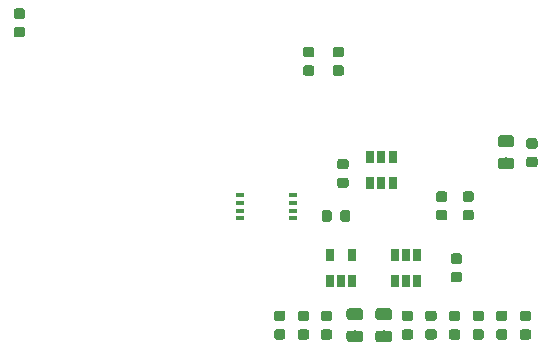
<source format=gtp>
G04 #@! TF.GenerationSoftware,KiCad,Pcbnew,(5.1.4)-1*
G04 #@! TF.CreationDate,2019-09-05T18:56:40+02:00*
G04 #@! TF.ProjectId,currentscaler,63757272-656e-4747-9363-616c65722e6b,rev?*
G04 #@! TF.SameCoordinates,Original*
G04 #@! TF.FileFunction,Paste,Top*
G04 #@! TF.FilePolarity,Positive*
%FSLAX46Y46*%
G04 Gerber Fmt 4.6, Leading zero omitted, Abs format (unit mm)*
G04 Created by KiCad (PCBNEW (5.1.4)-1) date 2019-09-05 18:56:40*
%MOMM*%
%LPD*%
G04 APERTURE LIST*
%ADD10R,0.660000X0.360000*%
%ADD11C,0.100000*%
%ADD12C,0.875000*%
%ADD13C,0.975000*%
%ADD14R,0.650000X1.060000*%
G04 APERTURE END LIST*
D10*
X133714999Y-111850000D03*
X133714999Y-112500000D03*
X133714999Y-113800000D03*
X133714999Y-113145000D03*
X138164999Y-113155000D03*
X138164999Y-113810000D03*
X138164999Y-112510000D03*
X138164999Y-111860000D03*
D11*
G36*
X141265191Y-113126053D02*
G01*
X141286426Y-113129203D01*
X141307250Y-113134419D01*
X141327462Y-113141651D01*
X141346868Y-113150830D01*
X141365281Y-113161866D01*
X141382524Y-113174654D01*
X141398430Y-113189070D01*
X141412846Y-113204976D01*
X141425634Y-113222219D01*
X141436670Y-113240632D01*
X141445849Y-113260038D01*
X141453081Y-113280250D01*
X141458297Y-113301074D01*
X141461447Y-113322309D01*
X141462500Y-113343750D01*
X141462500Y-113856250D01*
X141461447Y-113877691D01*
X141458297Y-113898926D01*
X141453081Y-113919750D01*
X141445849Y-113939962D01*
X141436670Y-113959368D01*
X141425634Y-113977781D01*
X141412846Y-113995024D01*
X141398430Y-114010930D01*
X141382524Y-114025346D01*
X141365281Y-114038134D01*
X141346868Y-114049170D01*
X141327462Y-114058349D01*
X141307250Y-114065581D01*
X141286426Y-114070797D01*
X141265191Y-114073947D01*
X141243750Y-114075000D01*
X140806250Y-114075000D01*
X140784809Y-114073947D01*
X140763574Y-114070797D01*
X140742750Y-114065581D01*
X140722538Y-114058349D01*
X140703132Y-114049170D01*
X140684719Y-114038134D01*
X140667476Y-114025346D01*
X140651570Y-114010930D01*
X140637154Y-113995024D01*
X140624366Y-113977781D01*
X140613330Y-113959368D01*
X140604151Y-113939962D01*
X140596919Y-113919750D01*
X140591703Y-113898926D01*
X140588553Y-113877691D01*
X140587500Y-113856250D01*
X140587500Y-113343750D01*
X140588553Y-113322309D01*
X140591703Y-113301074D01*
X140596919Y-113280250D01*
X140604151Y-113260038D01*
X140613330Y-113240632D01*
X140624366Y-113222219D01*
X140637154Y-113204976D01*
X140651570Y-113189070D01*
X140667476Y-113174654D01*
X140684719Y-113161866D01*
X140703132Y-113150830D01*
X140722538Y-113141651D01*
X140742750Y-113134419D01*
X140763574Y-113129203D01*
X140784809Y-113126053D01*
X140806250Y-113125000D01*
X141243750Y-113125000D01*
X141265191Y-113126053D01*
X141265191Y-113126053D01*
G37*
D12*
X141025000Y-113600000D03*
D11*
G36*
X142840191Y-113126053D02*
G01*
X142861426Y-113129203D01*
X142882250Y-113134419D01*
X142902462Y-113141651D01*
X142921868Y-113150830D01*
X142940281Y-113161866D01*
X142957524Y-113174654D01*
X142973430Y-113189070D01*
X142987846Y-113204976D01*
X143000634Y-113222219D01*
X143011670Y-113240632D01*
X143020849Y-113260038D01*
X143028081Y-113280250D01*
X143033297Y-113301074D01*
X143036447Y-113322309D01*
X143037500Y-113343750D01*
X143037500Y-113856250D01*
X143036447Y-113877691D01*
X143033297Y-113898926D01*
X143028081Y-113919750D01*
X143020849Y-113939962D01*
X143011670Y-113959368D01*
X143000634Y-113977781D01*
X142987846Y-113995024D01*
X142973430Y-114010930D01*
X142957524Y-114025346D01*
X142940281Y-114038134D01*
X142921868Y-114049170D01*
X142902462Y-114058349D01*
X142882250Y-114065581D01*
X142861426Y-114070797D01*
X142840191Y-114073947D01*
X142818750Y-114075000D01*
X142381250Y-114075000D01*
X142359809Y-114073947D01*
X142338574Y-114070797D01*
X142317750Y-114065581D01*
X142297538Y-114058349D01*
X142278132Y-114049170D01*
X142259719Y-114038134D01*
X142242476Y-114025346D01*
X142226570Y-114010930D01*
X142212154Y-113995024D01*
X142199366Y-113977781D01*
X142188330Y-113959368D01*
X142179151Y-113939962D01*
X142171919Y-113919750D01*
X142166703Y-113898926D01*
X142163553Y-113877691D01*
X142162500Y-113856250D01*
X142162500Y-113343750D01*
X142163553Y-113322309D01*
X142166703Y-113301074D01*
X142171919Y-113280250D01*
X142179151Y-113260038D01*
X142188330Y-113240632D01*
X142199366Y-113222219D01*
X142212154Y-113204976D01*
X142226570Y-113189070D01*
X142242476Y-113174654D01*
X142259719Y-113161866D01*
X142278132Y-113150830D01*
X142297538Y-113141651D01*
X142317750Y-113134419D01*
X142338574Y-113129203D01*
X142359809Y-113126053D01*
X142381250Y-113125000D01*
X142818750Y-113125000D01*
X142840191Y-113126053D01*
X142840191Y-113126053D01*
G37*
D12*
X142600000Y-113600000D03*
D11*
G36*
X156680142Y-108663674D02*
G01*
X156703803Y-108667184D01*
X156727007Y-108672996D01*
X156749529Y-108681054D01*
X156771153Y-108691282D01*
X156791670Y-108703579D01*
X156810883Y-108717829D01*
X156828607Y-108733893D01*
X156844671Y-108751617D01*
X156858921Y-108770830D01*
X156871218Y-108791347D01*
X156881446Y-108812971D01*
X156889504Y-108835493D01*
X156895316Y-108858697D01*
X156898826Y-108882358D01*
X156900000Y-108906250D01*
X156900000Y-109393750D01*
X156898826Y-109417642D01*
X156895316Y-109441303D01*
X156889504Y-109464507D01*
X156881446Y-109487029D01*
X156871218Y-109508653D01*
X156858921Y-109529170D01*
X156844671Y-109548383D01*
X156828607Y-109566107D01*
X156810883Y-109582171D01*
X156791670Y-109596421D01*
X156771153Y-109608718D01*
X156749529Y-109618946D01*
X156727007Y-109627004D01*
X156703803Y-109632816D01*
X156680142Y-109636326D01*
X156656250Y-109637500D01*
X155743750Y-109637500D01*
X155719858Y-109636326D01*
X155696197Y-109632816D01*
X155672993Y-109627004D01*
X155650471Y-109618946D01*
X155628847Y-109608718D01*
X155608330Y-109596421D01*
X155589117Y-109582171D01*
X155571393Y-109566107D01*
X155555329Y-109548383D01*
X155541079Y-109529170D01*
X155528782Y-109508653D01*
X155518554Y-109487029D01*
X155510496Y-109464507D01*
X155504684Y-109441303D01*
X155501174Y-109417642D01*
X155500000Y-109393750D01*
X155500000Y-108906250D01*
X155501174Y-108882358D01*
X155504684Y-108858697D01*
X155510496Y-108835493D01*
X155518554Y-108812971D01*
X155528782Y-108791347D01*
X155541079Y-108770830D01*
X155555329Y-108751617D01*
X155571393Y-108733893D01*
X155589117Y-108717829D01*
X155608330Y-108703579D01*
X155628847Y-108691282D01*
X155650471Y-108681054D01*
X155672993Y-108672996D01*
X155696197Y-108667184D01*
X155719858Y-108663674D01*
X155743750Y-108662500D01*
X156656250Y-108662500D01*
X156680142Y-108663674D01*
X156680142Y-108663674D01*
G37*
D13*
X156200000Y-109150000D03*
D11*
G36*
X156680142Y-106788674D02*
G01*
X156703803Y-106792184D01*
X156727007Y-106797996D01*
X156749529Y-106806054D01*
X156771153Y-106816282D01*
X156791670Y-106828579D01*
X156810883Y-106842829D01*
X156828607Y-106858893D01*
X156844671Y-106876617D01*
X156858921Y-106895830D01*
X156871218Y-106916347D01*
X156881446Y-106937971D01*
X156889504Y-106960493D01*
X156895316Y-106983697D01*
X156898826Y-107007358D01*
X156900000Y-107031250D01*
X156900000Y-107518750D01*
X156898826Y-107542642D01*
X156895316Y-107566303D01*
X156889504Y-107589507D01*
X156881446Y-107612029D01*
X156871218Y-107633653D01*
X156858921Y-107654170D01*
X156844671Y-107673383D01*
X156828607Y-107691107D01*
X156810883Y-107707171D01*
X156791670Y-107721421D01*
X156771153Y-107733718D01*
X156749529Y-107743946D01*
X156727007Y-107752004D01*
X156703803Y-107757816D01*
X156680142Y-107761326D01*
X156656250Y-107762500D01*
X155743750Y-107762500D01*
X155719858Y-107761326D01*
X155696197Y-107757816D01*
X155672993Y-107752004D01*
X155650471Y-107743946D01*
X155628847Y-107733718D01*
X155608330Y-107721421D01*
X155589117Y-107707171D01*
X155571393Y-107691107D01*
X155555329Y-107673383D01*
X155541079Y-107654170D01*
X155528782Y-107633653D01*
X155518554Y-107612029D01*
X155510496Y-107589507D01*
X155504684Y-107566303D01*
X155501174Y-107542642D01*
X155500000Y-107518750D01*
X155500000Y-107031250D01*
X155501174Y-107007358D01*
X155504684Y-106983697D01*
X155510496Y-106960493D01*
X155518554Y-106937971D01*
X155528782Y-106916347D01*
X155541079Y-106895830D01*
X155555329Y-106876617D01*
X155571393Y-106858893D01*
X155589117Y-106842829D01*
X155608330Y-106828579D01*
X155628847Y-106816282D01*
X155650471Y-106806054D01*
X155672993Y-106797996D01*
X155696197Y-106792184D01*
X155719858Y-106788674D01*
X155743750Y-106787500D01*
X156656250Y-106787500D01*
X156680142Y-106788674D01*
X156680142Y-106788674D01*
G37*
D13*
X156200000Y-107275000D03*
D11*
G36*
X146330142Y-121426174D02*
G01*
X146353803Y-121429684D01*
X146377007Y-121435496D01*
X146399529Y-121443554D01*
X146421153Y-121453782D01*
X146441670Y-121466079D01*
X146460883Y-121480329D01*
X146478607Y-121496393D01*
X146494671Y-121514117D01*
X146508921Y-121533330D01*
X146521218Y-121553847D01*
X146531446Y-121575471D01*
X146539504Y-121597993D01*
X146545316Y-121621197D01*
X146548826Y-121644858D01*
X146550000Y-121668750D01*
X146550000Y-122156250D01*
X146548826Y-122180142D01*
X146545316Y-122203803D01*
X146539504Y-122227007D01*
X146531446Y-122249529D01*
X146521218Y-122271153D01*
X146508921Y-122291670D01*
X146494671Y-122310883D01*
X146478607Y-122328607D01*
X146460883Y-122344671D01*
X146441670Y-122358921D01*
X146421153Y-122371218D01*
X146399529Y-122381446D01*
X146377007Y-122389504D01*
X146353803Y-122395316D01*
X146330142Y-122398826D01*
X146306250Y-122400000D01*
X145393750Y-122400000D01*
X145369858Y-122398826D01*
X145346197Y-122395316D01*
X145322993Y-122389504D01*
X145300471Y-122381446D01*
X145278847Y-122371218D01*
X145258330Y-122358921D01*
X145239117Y-122344671D01*
X145221393Y-122328607D01*
X145205329Y-122310883D01*
X145191079Y-122291670D01*
X145178782Y-122271153D01*
X145168554Y-122249529D01*
X145160496Y-122227007D01*
X145154684Y-122203803D01*
X145151174Y-122180142D01*
X145150000Y-122156250D01*
X145150000Y-121668750D01*
X145151174Y-121644858D01*
X145154684Y-121621197D01*
X145160496Y-121597993D01*
X145168554Y-121575471D01*
X145178782Y-121553847D01*
X145191079Y-121533330D01*
X145205329Y-121514117D01*
X145221393Y-121496393D01*
X145239117Y-121480329D01*
X145258330Y-121466079D01*
X145278847Y-121453782D01*
X145300471Y-121443554D01*
X145322993Y-121435496D01*
X145346197Y-121429684D01*
X145369858Y-121426174D01*
X145393750Y-121425000D01*
X146306250Y-121425000D01*
X146330142Y-121426174D01*
X146330142Y-121426174D01*
G37*
D13*
X145850000Y-121912500D03*
D11*
G36*
X146330142Y-123301174D02*
G01*
X146353803Y-123304684D01*
X146377007Y-123310496D01*
X146399529Y-123318554D01*
X146421153Y-123328782D01*
X146441670Y-123341079D01*
X146460883Y-123355329D01*
X146478607Y-123371393D01*
X146494671Y-123389117D01*
X146508921Y-123408330D01*
X146521218Y-123428847D01*
X146531446Y-123450471D01*
X146539504Y-123472993D01*
X146545316Y-123496197D01*
X146548826Y-123519858D01*
X146550000Y-123543750D01*
X146550000Y-124031250D01*
X146548826Y-124055142D01*
X146545316Y-124078803D01*
X146539504Y-124102007D01*
X146531446Y-124124529D01*
X146521218Y-124146153D01*
X146508921Y-124166670D01*
X146494671Y-124185883D01*
X146478607Y-124203607D01*
X146460883Y-124219671D01*
X146441670Y-124233921D01*
X146421153Y-124246218D01*
X146399529Y-124256446D01*
X146377007Y-124264504D01*
X146353803Y-124270316D01*
X146330142Y-124273826D01*
X146306250Y-124275000D01*
X145393750Y-124275000D01*
X145369858Y-124273826D01*
X145346197Y-124270316D01*
X145322993Y-124264504D01*
X145300471Y-124256446D01*
X145278847Y-124246218D01*
X145258330Y-124233921D01*
X145239117Y-124219671D01*
X145221393Y-124203607D01*
X145205329Y-124185883D01*
X145191079Y-124166670D01*
X145178782Y-124146153D01*
X145168554Y-124124529D01*
X145160496Y-124102007D01*
X145154684Y-124078803D01*
X145151174Y-124055142D01*
X145150000Y-124031250D01*
X145150000Y-123543750D01*
X145151174Y-123519858D01*
X145154684Y-123496197D01*
X145160496Y-123472993D01*
X145168554Y-123450471D01*
X145178782Y-123428847D01*
X145191079Y-123408330D01*
X145205329Y-123389117D01*
X145221393Y-123371393D01*
X145239117Y-123355329D01*
X145258330Y-123341079D01*
X145278847Y-123328782D01*
X145300471Y-123318554D01*
X145322993Y-123310496D01*
X145346197Y-123304684D01*
X145369858Y-123301174D01*
X145393750Y-123300000D01*
X146306250Y-123300000D01*
X146330142Y-123301174D01*
X146330142Y-123301174D01*
G37*
D13*
X145850000Y-123787500D03*
D11*
G36*
X143880142Y-123301174D02*
G01*
X143903803Y-123304684D01*
X143927007Y-123310496D01*
X143949529Y-123318554D01*
X143971153Y-123328782D01*
X143991670Y-123341079D01*
X144010883Y-123355329D01*
X144028607Y-123371393D01*
X144044671Y-123389117D01*
X144058921Y-123408330D01*
X144071218Y-123428847D01*
X144081446Y-123450471D01*
X144089504Y-123472993D01*
X144095316Y-123496197D01*
X144098826Y-123519858D01*
X144100000Y-123543750D01*
X144100000Y-124031250D01*
X144098826Y-124055142D01*
X144095316Y-124078803D01*
X144089504Y-124102007D01*
X144081446Y-124124529D01*
X144071218Y-124146153D01*
X144058921Y-124166670D01*
X144044671Y-124185883D01*
X144028607Y-124203607D01*
X144010883Y-124219671D01*
X143991670Y-124233921D01*
X143971153Y-124246218D01*
X143949529Y-124256446D01*
X143927007Y-124264504D01*
X143903803Y-124270316D01*
X143880142Y-124273826D01*
X143856250Y-124275000D01*
X142943750Y-124275000D01*
X142919858Y-124273826D01*
X142896197Y-124270316D01*
X142872993Y-124264504D01*
X142850471Y-124256446D01*
X142828847Y-124246218D01*
X142808330Y-124233921D01*
X142789117Y-124219671D01*
X142771393Y-124203607D01*
X142755329Y-124185883D01*
X142741079Y-124166670D01*
X142728782Y-124146153D01*
X142718554Y-124124529D01*
X142710496Y-124102007D01*
X142704684Y-124078803D01*
X142701174Y-124055142D01*
X142700000Y-124031250D01*
X142700000Y-123543750D01*
X142701174Y-123519858D01*
X142704684Y-123496197D01*
X142710496Y-123472993D01*
X142718554Y-123450471D01*
X142728782Y-123428847D01*
X142741079Y-123408330D01*
X142755329Y-123389117D01*
X142771393Y-123371393D01*
X142789117Y-123355329D01*
X142808330Y-123341079D01*
X142828847Y-123328782D01*
X142850471Y-123318554D01*
X142872993Y-123310496D01*
X142896197Y-123304684D01*
X142919858Y-123301174D01*
X142943750Y-123300000D01*
X143856250Y-123300000D01*
X143880142Y-123301174D01*
X143880142Y-123301174D01*
G37*
D13*
X143400000Y-123787500D03*
D11*
G36*
X143880142Y-121426174D02*
G01*
X143903803Y-121429684D01*
X143927007Y-121435496D01*
X143949529Y-121443554D01*
X143971153Y-121453782D01*
X143991670Y-121466079D01*
X144010883Y-121480329D01*
X144028607Y-121496393D01*
X144044671Y-121514117D01*
X144058921Y-121533330D01*
X144071218Y-121553847D01*
X144081446Y-121575471D01*
X144089504Y-121597993D01*
X144095316Y-121621197D01*
X144098826Y-121644858D01*
X144100000Y-121668750D01*
X144100000Y-122156250D01*
X144098826Y-122180142D01*
X144095316Y-122203803D01*
X144089504Y-122227007D01*
X144081446Y-122249529D01*
X144071218Y-122271153D01*
X144058921Y-122291670D01*
X144044671Y-122310883D01*
X144028607Y-122328607D01*
X144010883Y-122344671D01*
X143991670Y-122358921D01*
X143971153Y-122371218D01*
X143949529Y-122381446D01*
X143927007Y-122389504D01*
X143903803Y-122395316D01*
X143880142Y-122398826D01*
X143856250Y-122400000D01*
X142943750Y-122400000D01*
X142919858Y-122398826D01*
X142896197Y-122395316D01*
X142872993Y-122389504D01*
X142850471Y-122381446D01*
X142828847Y-122371218D01*
X142808330Y-122358921D01*
X142789117Y-122344671D01*
X142771393Y-122328607D01*
X142755329Y-122310883D01*
X142741079Y-122291670D01*
X142728782Y-122271153D01*
X142718554Y-122249529D01*
X142710496Y-122227007D01*
X142704684Y-122203803D01*
X142701174Y-122180142D01*
X142700000Y-122156250D01*
X142700000Y-121668750D01*
X142701174Y-121644858D01*
X142704684Y-121621197D01*
X142710496Y-121597993D01*
X142718554Y-121575471D01*
X142728782Y-121553847D01*
X142741079Y-121533330D01*
X142755329Y-121514117D01*
X142771393Y-121496393D01*
X142789117Y-121480329D01*
X142808330Y-121466079D01*
X142828847Y-121453782D01*
X142850471Y-121443554D01*
X142872993Y-121435496D01*
X142896197Y-121429684D01*
X142919858Y-121426174D01*
X142943750Y-121425000D01*
X143856250Y-121425000D01*
X143880142Y-121426174D01*
X143880142Y-121426174D01*
G37*
D13*
X143400000Y-121912500D03*
D11*
G36*
X150127691Y-123188553D02*
G01*
X150148926Y-123191703D01*
X150169750Y-123196919D01*
X150189962Y-123204151D01*
X150209368Y-123213330D01*
X150227781Y-123224366D01*
X150245024Y-123237154D01*
X150260930Y-123251570D01*
X150275346Y-123267476D01*
X150288134Y-123284719D01*
X150299170Y-123303132D01*
X150308349Y-123322538D01*
X150315581Y-123342750D01*
X150320797Y-123363574D01*
X150323947Y-123384809D01*
X150325000Y-123406250D01*
X150325000Y-123843750D01*
X150323947Y-123865191D01*
X150320797Y-123886426D01*
X150315581Y-123907250D01*
X150308349Y-123927462D01*
X150299170Y-123946868D01*
X150288134Y-123965281D01*
X150275346Y-123982524D01*
X150260930Y-123998430D01*
X150245024Y-124012846D01*
X150227781Y-124025634D01*
X150209368Y-124036670D01*
X150189962Y-124045849D01*
X150169750Y-124053081D01*
X150148926Y-124058297D01*
X150127691Y-124061447D01*
X150106250Y-124062500D01*
X149593750Y-124062500D01*
X149572309Y-124061447D01*
X149551074Y-124058297D01*
X149530250Y-124053081D01*
X149510038Y-124045849D01*
X149490632Y-124036670D01*
X149472219Y-124025634D01*
X149454976Y-124012846D01*
X149439070Y-123998430D01*
X149424654Y-123982524D01*
X149411866Y-123965281D01*
X149400830Y-123946868D01*
X149391651Y-123927462D01*
X149384419Y-123907250D01*
X149379203Y-123886426D01*
X149376053Y-123865191D01*
X149375000Y-123843750D01*
X149375000Y-123406250D01*
X149376053Y-123384809D01*
X149379203Y-123363574D01*
X149384419Y-123342750D01*
X149391651Y-123322538D01*
X149400830Y-123303132D01*
X149411866Y-123284719D01*
X149424654Y-123267476D01*
X149439070Y-123251570D01*
X149454976Y-123237154D01*
X149472219Y-123224366D01*
X149490632Y-123213330D01*
X149510038Y-123204151D01*
X149530250Y-123196919D01*
X149551074Y-123191703D01*
X149572309Y-123188553D01*
X149593750Y-123187500D01*
X150106250Y-123187500D01*
X150127691Y-123188553D01*
X150127691Y-123188553D01*
G37*
D12*
X149850000Y-123625000D03*
D11*
G36*
X150127691Y-121613553D02*
G01*
X150148926Y-121616703D01*
X150169750Y-121621919D01*
X150189962Y-121629151D01*
X150209368Y-121638330D01*
X150227781Y-121649366D01*
X150245024Y-121662154D01*
X150260930Y-121676570D01*
X150275346Y-121692476D01*
X150288134Y-121709719D01*
X150299170Y-121728132D01*
X150308349Y-121747538D01*
X150315581Y-121767750D01*
X150320797Y-121788574D01*
X150323947Y-121809809D01*
X150325000Y-121831250D01*
X150325000Y-122268750D01*
X150323947Y-122290191D01*
X150320797Y-122311426D01*
X150315581Y-122332250D01*
X150308349Y-122352462D01*
X150299170Y-122371868D01*
X150288134Y-122390281D01*
X150275346Y-122407524D01*
X150260930Y-122423430D01*
X150245024Y-122437846D01*
X150227781Y-122450634D01*
X150209368Y-122461670D01*
X150189962Y-122470849D01*
X150169750Y-122478081D01*
X150148926Y-122483297D01*
X150127691Y-122486447D01*
X150106250Y-122487500D01*
X149593750Y-122487500D01*
X149572309Y-122486447D01*
X149551074Y-122483297D01*
X149530250Y-122478081D01*
X149510038Y-122470849D01*
X149490632Y-122461670D01*
X149472219Y-122450634D01*
X149454976Y-122437846D01*
X149439070Y-122423430D01*
X149424654Y-122407524D01*
X149411866Y-122390281D01*
X149400830Y-122371868D01*
X149391651Y-122352462D01*
X149384419Y-122332250D01*
X149379203Y-122311426D01*
X149376053Y-122290191D01*
X149375000Y-122268750D01*
X149375000Y-121831250D01*
X149376053Y-121809809D01*
X149379203Y-121788574D01*
X149384419Y-121767750D01*
X149391651Y-121747538D01*
X149400830Y-121728132D01*
X149411866Y-121709719D01*
X149424654Y-121692476D01*
X149439070Y-121676570D01*
X149454976Y-121662154D01*
X149472219Y-121649366D01*
X149490632Y-121638330D01*
X149510038Y-121629151D01*
X149530250Y-121621919D01*
X149551074Y-121616703D01*
X149572309Y-121613553D01*
X149593750Y-121612500D01*
X150106250Y-121612500D01*
X150127691Y-121613553D01*
X150127691Y-121613553D01*
G37*
D12*
X149850000Y-122050000D03*
D14*
X141300000Y-119100000D03*
X142250000Y-119100000D03*
X143200000Y-119100000D03*
X143200000Y-116900000D03*
X141300000Y-116900000D03*
X147750000Y-119100000D03*
X148700000Y-119100000D03*
X146800000Y-119100000D03*
X146800000Y-116900000D03*
X147750000Y-116900000D03*
X148700000Y-116900000D03*
X144700000Y-110850000D03*
X145650000Y-110850000D03*
X146600000Y-110850000D03*
X146600000Y-108650000D03*
X144700000Y-108650000D03*
X145650000Y-108650000D03*
D11*
G36*
X148127691Y-123201053D02*
G01*
X148148926Y-123204203D01*
X148169750Y-123209419D01*
X148189962Y-123216651D01*
X148209368Y-123225830D01*
X148227781Y-123236866D01*
X148245024Y-123249654D01*
X148260930Y-123264070D01*
X148275346Y-123279976D01*
X148288134Y-123297219D01*
X148299170Y-123315632D01*
X148308349Y-123335038D01*
X148315581Y-123355250D01*
X148320797Y-123376074D01*
X148323947Y-123397309D01*
X148325000Y-123418750D01*
X148325000Y-123856250D01*
X148323947Y-123877691D01*
X148320797Y-123898926D01*
X148315581Y-123919750D01*
X148308349Y-123939962D01*
X148299170Y-123959368D01*
X148288134Y-123977781D01*
X148275346Y-123995024D01*
X148260930Y-124010930D01*
X148245024Y-124025346D01*
X148227781Y-124038134D01*
X148209368Y-124049170D01*
X148189962Y-124058349D01*
X148169750Y-124065581D01*
X148148926Y-124070797D01*
X148127691Y-124073947D01*
X148106250Y-124075000D01*
X147593750Y-124075000D01*
X147572309Y-124073947D01*
X147551074Y-124070797D01*
X147530250Y-124065581D01*
X147510038Y-124058349D01*
X147490632Y-124049170D01*
X147472219Y-124038134D01*
X147454976Y-124025346D01*
X147439070Y-124010930D01*
X147424654Y-123995024D01*
X147411866Y-123977781D01*
X147400830Y-123959368D01*
X147391651Y-123939962D01*
X147384419Y-123919750D01*
X147379203Y-123898926D01*
X147376053Y-123877691D01*
X147375000Y-123856250D01*
X147375000Y-123418750D01*
X147376053Y-123397309D01*
X147379203Y-123376074D01*
X147384419Y-123355250D01*
X147391651Y-123335038D01*
X147400830Y-123315632D01*
X147411866Y-123297219D01*
X147424654Y-123279976D01*
X147439070Y-123264070D01*
X147454976Y-123249654D01*
X147472219Y-123236866D01*
X147490632Y-123225830D01*
X147510038Y-123216651D01*
X147530250Y-123209419D01*
X147551074Y-123204203D01*
X147572309Y-123201053D01*
X147593750Y-123200000D01*
X148106250Y-123200000D01*
X148127691Y-123201053D01*
X148127691Y-123201053D01*
G37*
D12*
X147850000Y-123637500D03*
D11*
G36*
X148127691Y-121626053D02*
G01*
X148148926Y-121629203D01*
X148169750Y-121634419D01*
X148189962Y-121641651D01*
X148209368Y-121650830D01*
X148227781Y-121661866D01*
X148245024Y-121674654D01*
X148260930Y-121689070D01*
X148275346Y-121704976D01*
X148288134Y-121722219D01*
X148299170Y-121740632D01*
X148308349Y-121760038D01*
X148315581Y-121780250D01*
X148320797Y-121801074D01*
X148323947Y-121822309D01*
X148325000Y-121843750D01*
X148325000Y-122281250D01*
X148323947Y-122302691D01*
X148320797Y-122323926D01*
X148315581Y-122344750D01*
X148308349Y-122364962D01*
X148299170Y-122384368D01*
X148288134Y-122402781D01*
X148275346Y-122420024D01*
X148260930Y-122435930D01*
X148245024Y-122450346D01*
X148227781Y-122463134D01*
X148209368Y-122474170D01*
X148189962Y-122483349D01*
X148169750Y-122490581D01*
X148148926Y-122495797D01*
X148127691Y-122498947D01*
X148106250Y-122500000D01*
X147593750Y-122500000D01*
X147572309Y-122498947D01*
X147551074Y-122495797D01*
X147530250Y-122490581D01*
X147510038Y-122483349D01*
X147490632Y-122474170D01*
X147472219Y-122463134D01*
X147454976Y-122450346D01*
X147439070Y-122435930D01*
X147424654Y-122420024D01*
X147411866Y-122402781D01*
X147400830Y-122384368D01*
X147391651Y-122364962D01*
X147384419Y-122344750D01*
X147379203Y-122323926D01*
X147376053Y-122302691D01*
X147375000Y-122281250D01*
X147375000Y-121843750D01*
X147376053Y-121822309D01*
X147379203Y-121801074D01*
X147384419Y-121780250D01*
X147391651Y-121760038D01*
X147400830Y-121740632D01*
X147411866Y-121722219D01*
X147424654Y-121704976D01*
X147439070Y-121689070D01*
X147454976Y-121674654D01*
X147472219Y-121661866D01*
X147490632Y-121650830D01*
X147510038Y-121641651D01*
X147530250Y-121634419D01*
X147551074Y-121629203D01*
X147572309Y-121626053D01*
X147593750Y-121625000D01*
X148106250Y-121625000D01*
X148127691Y-121626053D01*
X148127691Y-121626053D01*
G37*
D12*
X147850000Y-122062500D03*
D11*
G36*
X151027691Y-111526053D02*
G01*
X151048926Y-111529203D01*
X151069750Y-111534419D01*
X151089962Y-111541651D01*
X151109368Y-111550830D01*
X151127781Y-111561866D01*
X151145024Y-111574654D01*
X151160930Y-111589070D01*
X151175346Y-111604976D01*
X151188134Y-111622219D01*
X151199170Y-111640632D01*
X151208349Y-111660038D01*
X151215581Y-111680250D01*
X151220797Y-111701074D01*
X151223947Y-111722309D01*
X151225000Y-111743750D01*
X151225000Y-112181250D01*
X151223947Y-112202691D01*
X151220797Y-112223926D01*
X151215581Y-112244750D01*
X151208349Y-112264962D01*
X151199170Y-112284368D01*
X151188134Y-112302781D01*
X151175346Y-112320024D01*
X151160930Y-112335930D01*
X151145024Y-112350346D01*
X151127781Y-112363134D01*
X151109368Y-112374170D01*
X151089962Y-112383349D01*
X151069750Y-112390581D01*
X151048926Y-112395797D01*
X151027691Y-112398947D01*
X151006250Y-112400000D01*
X150493750Y-112400000D01*
X150472309Y-112398947D01*
X150451074Y-112395797D01*
X150430250Y-112390581D01*
X150410038Y-112383349D01*
X150390632Y-112374170D01*
X150372219Y-112363134D01*
X150354976Y-112350346D01*
X150339070Y-112335930D01*
X150324654Y-112320024D01*
X150311866Y-112302781D01*
X150300830Y-112284368D01*
X150291651Y-112264962D01*
X150284419Y-112244750D01*
X150279203Y-112223926D01*
X150276053Y-112202691D01*
X150275000Y-112181250D01*
X150275000Y-111743750D01*
X150276053Y-111722309D01*
X150279203Y-111701074D01*
X150284419Y-111680250D01*
X150291651Y-111660038D01*
X150300830Y-111640632D01*
X150311866Y-111622219D01*
X150324654Y-111604976D01*
X150339070Y-111589070D01*
X150354976Y-111574654D01*
X150372219Y-111561866D01*
X150390632Y-111550830D01*
X150410038Y-111541651D01*
X150430250Y-111534419D01*
X150451074Y-111529203D01*
X150472309Y-111526053D01*
X150493750Y-111525000D01*
X151006250Y-111525000D01*
X151027691Y-111526053D01*
X151027691Y-111526053D01*
G37*
D12*
X150750000Y-111962500D03*
D11*
G36*
X151027691Y-113101053D02*
G01*
X151048926Y-113104203D01*
X151069750Y-113109419D01*
X151089962Y-113116651D01*
X151109368Y-113125830D01*
X151127781Y-113136866D01*
X151145024Y-113149654D01*
X151160930Y-113164070D01*
X151175346Y-113179976D01*
X151188134Y-113197219D01*
X151199170Y-113215632D01*
X151208349Y-113235038D01*
X151215581Y-113255250D01*
X151220797Y-113276074D01*
X151223947Y-113297309D01*
X151225000Y-113318750D01*
X151225000Y-113756250D01*
X151223947Y-113777691D01*
X151220797Y-113798926D01*
X151215581Y-113819750D01*
X151208349Y-113839962D01*
X151199170Y-113859368D01*
X151188134Y-113877781D01*
X151175346Y-113895024D01*
X151160930Y-113910930D01*
X151145024Y-113925346D01*
X151127781Y-113938134D01*
X151109368Y-113949170D01*
X151089962Y-113958349D01*
X151069750Y-113965581D01*
X151048926Y-113970797D01*
X151027691Y-113973947D01*
X151006250Y-113975000D01*
X150493750Y-113975000D01*
X150472309Y-113973947D01*
X150451074Y-113970797D01*
X150430250Y-113965581D01*
X150410038Y-113958349D01*
X150390632Y-113949170D01*
X150372219Y-113938134D01*
X150354976Y-113925346D01*
X150339070Y-113910930D01*
X150324654Y-113895024D01*
X150311866Y-113877781D01*
X150300830Y-113859368D01*
X150291651Y-113839962D01*
X150284419Y-113819750D01*
X150279203Y-113798926D01*
X150276053Y-113777691D01*
X150275000Y-113756250D01*
X150275000Y-113318750D01*
X150276053Y-113297309D01*
X150279203Y-113276074D01*
X150284419Y-113255250D01*
X150291651Y-113235038D01*
X150300830Y-113215632D01*
X150311866Y-113197219D01*
X150324654Y-113179976D01*
X150339070Y-113164070D01*
X150354976Y-113149654D01*
X150372219Y-113136866D01*
X150390632Y-113125830D01*
X150410038Y-113116651D01*
X150430250Y-113109419D01*
X150451074Y-113104203D01*
X150472309Y-113101053D01*
X150493750Y-113100000D01*
X151006250Y-113100000D01*
X151027691Y-113101053D01*
X151027691Y-113101053D01*
G37*
D12*
X150750000Y-113537500D03*
D11*
G36*
X139777691Y-99276053D02*
G01*
X139798926Y-99279203D01*
X139819750Y-99284419D01*
X139839962Y-99291651D01*
X139859368Y-99300830D01*
X139877781Y-99311866D01*
X139895024Y-99324654D01*
X139910930Y-99339070D01*
X139925346Y-99354976D01*
X139938134Y-99372219D01*
X139949170Y-99390632D01*
X139958349Y-99410038D01*
X139965581Y-99430250D01*
X139970797Y-99451074D01*
X139973947Y-99472309D01*
X139975000Y-99493750D01*
X139975000Y-99931250D01*
X139973947Y-99952691D01*
X139970797Y-99973926D01*
X139965581Y-99994750D01*
X139958349Y-100014962D01*
X139949170Y-100034368D01*
X139938134Y-100052781D01*
X139925346Y-100070024D01*
X139910930Y-100085930D01*
X139895024Y-100100346D01*
X139877781Y-100113134D01*
X139859368Y-100124170D01*
X139839962Y-100133349D01*
X139819750Y-100140581D01*
X139798926Y-100145797D01*
X139777691Y-100148947D01*
X139756250Y-100150000D01*
X139243750Y-100150000D01*
X139222309Y-100148947D01*
X139201074Y-100145797D01*
X139180250Y-100140581D01*
X139160038Y-100133349D01*
X139140632Y-100124170D01*
X139122219Y-100113134D01*
X139104976Y-100100346D01*
X139089070Y-100085930D01*
X139074654Y-100070024D01*
X139061866Y-100052781D01*
X139050830Y-100034368D01*
X139041651Y-100014962D01*
X139034419Y-99994750D01*
X139029203Y-99973926D01*
X139026053Y-99952691D01*
X139025000Y-99931250D01*
X139025000Y-99493750D01*
X139026053Y-99472309D01*
X139029203Y-99451074D01*
X139034419Y-99430250D01*
X139041651Y-99410038D01*
X139050830Y-99390632D01*
X139061866Y-99372219D01*
X139074654Y-99354976D01*
X139089070Y-99339070D01*
X139104976Y-99324654D01*
X139122219Y-99311866D01*
X139140632Y-99300830D01*
X139160038Y-99291651D01*
X139180250Y-99284419D01*
X139201074Y-99279203D01*
X139222309Y-99276053D01*
X139243750Y-99275000D01*
X139756250Y-99275000D01*
X139777691Y-99276053D01*
X139777691Y-99276053D01*
G37*
D12*
X139500000Y-99712500D03*
D11*
G36*
X139777691Y-100851053D02*
G01*
X139798926Y-100854203D01*
X139819750Y-100859419D01*
X139839962Y-100866651D01*
X139859368Y-100875830D01*
X139877781Y-100886866D01*
X139895024Y-100899654D01*
X139910930Y-100914070D01*
X139925346Y-100929976D01*
X139938134Y-100947219D01*
X139949170Y-100965632D01*
X139958349Y-100985038D01*
X139965581Y-101005250D01*
X139970797Y-101026074D01*
X139973947Y-101047309D01*
X139975000Y-101068750D01*
X139975000Y-101506250D01*
X139973947Y-101527691D01*
X139970797Y-101548926D01*
X139965581Y-101569750D01*
X139958349Y-101589962D01*
X139949170Y-101609368D01*
X139938134Y-101627781D01*
X139925346Y-101645024D01*
X139910930Y-101660930D01*
X139895024Y-101675346D01*
X139877781Y-101688134D01*
X139859368Y-101699170D01*
X139839962Y-101708349D01*
X139819750Y-101715581D01*
X139798926Y-101720797D01*
X139777691Y-101723947D01*
X139756250Y-101725000D01*
X139243750Y-101725000D01*
X139222309Y-101723947D01*
X139201074Y-101720797D01*
X139180250Y-101715581D01*
X139160038Y-101708349D01*
X139140632Y-101699170D01*
X139122219Y-101688134D01*
X139104976Y-101675346D01*
X139089070Y-101660930D01*
X139074654Y-101645024D01*
X139061866Y-101627781D01*
X139050830Y-101609368D01*
X139041651Y-101589962D01*
X139034419Y-101569750D01*
X139029203Y-101548926D01*
X139026053Y-101527691D01*
X139025000Y-101506250D01*
X139025000Y-101068750D01*
X139026053Y-101047309D01*
X139029203Y-101026074D01*
X139034419Y-101005250D01*
X139041651Y-100985038D01*
X139050830Y-100965632D01*
X139061866Y-100947219D01*
X139074654Y-100929976D01*
X139089070Y-100914070D01*
X139104976Y-100899654D01*
X139122219Y-100886866D01*
X139140632Y-100875830D01*
X139160038Y-100866651D01*
X139180250Y-100859419D01*
X139201074Y-100854203D01*
X139222309Y-100851053D01*
X139243750Y-100850000D01*
X139756250Y-100850000D01*
X139777691Y-100851053D01*
X139777691Y-100851053D01*
G37*
D12*
X139500000Y-101287500D03*
D11*
G36*
X152127691Y-123201053D02*
G01*
X152148926Y-123204203D01*
X152169750Y-123209419D01*
X152189962Y-123216651D01*
X152209368Y-123225830D01*
X152227781Y-123236866D01*
X152245024Y-123249654D01*
X152260930Y-123264070D01*
X152275346Y-123279976D01*
X152288134Y-123297219D01*
X152299170Y-123315632D01*
X152308349Y-123335038D01*
X152315581Y-123355250D01*
X152320797Y-123376074D01*
X152323947Y-123397309D01*
X152325000Y-123418750D01*
X152325000Y-123856250D01*
X152323947Y-123877691D01*
X152320797Y-123898926D01*
X152315581Y-123919750D01*
X152308349Y-123939962D01*
X152299170Y-123959368D01*
X152288134Y-123977781D01*
X152275346Y-123995024D01*
X152260930Y-124010930D01*
X152245024Y-124025346D01*
X152227781Y-124038134D01*
X152209368Y-124049170D01*
X152189962Y-124058349D01*
X152169750Y-124065581D01*
X152148926Y-124070797D01*
X152127691Y-124073947D01*
X152106250Y-124075000D01*
X151593750Y-124075000D01*
X151572309Y-124073947D01*
X151551074Y-124070797D01*
X151530250Y-124065581D01*
X151510038Y-124058349D01*
X151490632Y-124049170D01*
X151472219Y-124038134D01*
X151454976Y-124025346D01*
X151439070Y-124010930D01*
X151424654Y-123995024D01*
X151411866Y-123977781D01*
X151400830Y-123959368D01*
X151391651Y-123939962D01*
X151384419Y-123919750D01*
X151379203Y-123898926D01*
X151376053Y-123877691D01*
X151375000Y-123856250D01*
X151375000Y-123418750D01*
X151376053Y-123397309D01*
X151379203Y-123376074D01*
X151384419Y-123355250D01*
X151391651Y-123335038D01*
X151400830Y-123315632D01*
X151411866Y-123297219D01*
X151424654Y-123279976D01*
X151439070Y-123264070D01*
X151454976Y-123249654D01*
X151472219Y-123236866D01*
X151490632Y-123225830D01*
X151510038Y-123216651D01*
X151530250Y-123209419D01*
X151551074Y-123204203D01*
X151572309Y-123201053D01*
X151593750Y-123200000D01*
X152106250Y-123200000D01*
X152127691Y-123201053D01*
X152127691Y-123201053D01*
G37*
D12*
X151850000Y-123637500D03*
D11*
G36*
X152127691Y-121626053D02*
G01*
X152148926Y-121629203D01*
X152169750Y-121634419D01*
X152189962Y-121641651D01*
X152209368Y-121650830D01*
X152227781Y-121661866D01*
X152245024Y-121674654D01*
X152260930Y-121689070D01*
X152275346Y-121704976D01*
X152288134Y-121722219D01*
X152299170Y-121740632D01*
X152308349Y-121760038D01*
X152315581Y-121780250D01*
X152320797Y-121801074D01*
X152323947Y-121822309D01*
X152325000Y-121843750D01*
X152325000Y-122281250D01*
X152323947Y-122302691D01*
X152320797Y-122323926D01*
X152315581Y-122344750D01*
X152308349Y-122364962D01*
X152299170Y-122384368D01*
X152288134Y-122402781D01*
X152275346Y-122420024D01*
X152260930Y-122435930D01*
X152245024Y-122450346D01*
X152227781Y-122463134D01*
X152209368Y-122474170D01*
X152189962Y-122483349D01*
X152169750Y-122490581D01*
X152148926Y-122495797D01*
X152127691Y-122498947D01*
X152106250Y-122500000D01*
X151593750Y-122500000D01*
X151572309Y-122498947D01*
X151551074Y-122495797D01*
X151530250Y-122490581D01*
X151510038Y-122483349D01*
X151490632Y-122474170D01*
X151472219Y-122463134D01*
X151454976Y-122450346D01*
X151439070Y-122435930D01*
X151424654Y-122420024D01*
X151411866Y-122402781D01*
X151400830Y-122384368D01*
X151391651Y-122364962D01*
X151384419Y-122344750D01*
X151379203Y-122323926D01*
X151376053Y-122302691D01*
X151375000Y-122281250D01*
X151375000Y-121843750D01*
X151376053Y-121822309D01*
X151379203Y-121801074D01*
X151384419Y-121780250D01*
X151391651Y-121760038D01*
X151400830Y-121740632D01*
X151411866Y-121722219D01*
X151424654Y-121704976D01*
X151439070Y-121689070D01*
X151454976Y-121674654D01*
X151472219Y-121661866D01*
X151490632Y-121650830D01*
X151510038Y-121641651D01*
X151530250Y-121634419D01*
X151551074Y-121629203D01*
X151572309Y-121626053D01*
X151593750Y-121625000D01*
X152106250Y-121625000D01*
X152127691Y-121626053D01*
X152127691Y-121626053D01*
G37*
D12*
X151850000Y-122062500D03*
D11*
G36*
X142277691Y-99276053D02*
G01*
X142298926Y-99279203D01*
X142319750Y-99284419D01*
X142339962Y-99291651D01*
X142359368Y-99300830D01*
X142377781Y-99311866D01*
X142395024Y-99324654D01*
X142410930Y-99339070D01*
X142425346Y-99354976D01*
X142438134Y-99372219D01*
X142449170Y-99390632D01*
X142458349Y-99410038D01*
X142465581Y-99430250D01*
X142470797Y-99451074D01*
X142473947Y-99472309D01*
X142475000Y-99493750D01*
X142475000Y-99931250D01*
X142473947Y-99952691D01*
X142470797Y-99973926D01*
X142465581Y-99994750D01*
X142458349Y-100014962D01*
X142449170Y-100034368D01*
X142438134Y-100052781D01*
X142425346Y-100070024D01*
X142410930Y-100085930D01*
X142395024Y-100100346D01*
X142377781Y-100113134D01*
X142359368Y-100124170D01*
X142339962Y-100133349D01*
X142319750Y-100140581D01*
X142298926Y-100145797D01*
X142277691Y-100148947D01*
X142256250Y-100150000D01*
X141743750Y-100150000D01*
X141722309Y-100148947D01*
X141701074Y-100145797D01*
X141680250Y-100140581D01*
X141660038Y-100133349D01*
X141640632Y-100124170D01*
X141622219Y-100113134D01*
X141604976Y-100100346D01*
X141589070Y-100085930D01*
X141574654Y-100070024D01*
X141561866Y-100052781D01*
X141550830Y-100034368D01*
X141541651Y-100014962D01*
X141534419Y-99994750D01*
X141529203Y-99973926D01*
X141526053Y-99952691D01*
X141525000Y-99931250D01*
X141525000Y-99493750D01*
X141526053Y-99472309D01*
X141529203Y-99451074D01*
X141534419Y-99430250D01*
X141541651Y-99410038D01*
X141550830Y-99390632D01*
X141561866Y-99372219D01*
X141574654Y-99354976D01*
X141589070Y-99339070D01*
X141604976Y-99324654D01*
X141622219Y-99311866D01*
X141640632Y-99300830D01*
X141660038Y-99291651D01*
X141680250Y-99284419D01*
X141701074Y-99279203D01*
X141722309Y-99276053D01*
X141743750Y-99275000D01*
X142256250Y-99275000D01*
X142277691Y-99276053D01*
X142277691Y-99276053D01*
G37*
D12*
X142000000Y-99712500D03*
D11*
G36*
X142277691Y-100851053D02*
G01*
X142298926Y-100854203D01*
X142319750Y-100859419D01*
X142339962Y-100866651D01*
X142359368Y-100875830D01*
X142377781Y-100886866D01*
X142395024Y-100899654D01*
X142410930Y-100914070D01*
X142425346Y-100929976D01*
X142438134Y-100947219D01*
X142449170Y-100965632D01*
X142458349Y-100985038D01*
X142465581Y-101005250D01*
X142470797Y-101026074D01*
X142473947Y-101047309D01*
X142475000Y-101068750D01*
X142475000Y-101506250D01*
X142473947Y-101527691D01*
X142470797Y-101548926D01*
X142465581Y-101569750D01*
X142458349Y-101589962D01*
X142449170Y-101609368D01*
X142438134Y-101627781D01*
X142425346Y-101645024D01*
X142410930Y-101660930D01*
X142395024Y-101675346D01*
X142377781Y-101688134D01*
X142359368Y-101699170D01*
X142339962Y-101708349D01*
X142319750Y-101715581D01*
X142298926Y-101720797D01*
X142277691Y-101723947D01*
X142256250Y-101725000D01*
X141743750Y-101725000D01*
X141722309Y-101723947D01*
X141701074Y-101720797D01*
X141680250Y-101715581D01*
X141660038Y-101708349D01*
X141640632Y-101699170D01*
X141622219Y-101688134D01*
X141604976Y-101675346D01*
X141589070Y-101660930D01*
X141574654Y-101645024D01*
X141561866Y-101627781D01*
X141550830Y-101609368D01*
X141541651Y-101589962D01*
X141534419Y-101569750D01*
X141529203Y-101548926D01*
X141526053Y-101527691D01*
X141525000Y-101506250D01*
X141525000Y-101068750D01*
X141526053Y-101047309D01*
X141529203Y-101026074D01*
X141534419Y-101005250D01*
X141541651Y-100985038D01*
X141550830Y-100965632D01*
X141561866Y-100947219D01*
X141574654Y-100929976D01*
X141589070Y-100914070D01*
X141604976Y-100899654D01*
X141622219Y-100886866D01*
X141640632Y-100875830D01*
X141660038Y-100866651D01*
X141680250Y-100859419D01*
X141701074Y-100854203D01*
X141722309Y-100851053D01*
X141743750Y-100850000D01*
X142256250Y-100850000D01*
X142277691Y-100851053D01*
X142277691Y-100851053D01*
G37*
D12*
X142000000Y-101287500D03*
D11*
G36*
X154127691Y-123201053D02*
G01*
X154148926Y-123204203D01*
X154169750Y-123209419D01*
X154189962Y-123216651D01*
X154209368Y-123225830D01*
X154227781Y-123236866D01*
X154245024Y-123249654D01*
X154260930Y-123264070D01*
X154275346Y-123279976D01*
X154288134Y-123297219D01*
X154299170Y-123315632D01*
X154308349Y-123335038D01*
X154315581Y-123355250D01*
X154320797Y-123376074D01*
X154323947Y-123397309D01*
X154325000Y-123418750D01*
X154325000Y-123856250D01*
X154323947Y-123877691D01*
X154320797Y-123898926D01*
X154315581Y-123919750D01*
X154308349Y-123939962D01*
X154299170Y-123959368D01*
X154288134Y-123977781D01*
X154275346Y-123995024D01*
X154260930Y-124010930D01*
X154245024Y-124025346D01*
X154227781Y-124038134D01*
X154209368Y-124049170D01*
X154189962Y-124058349D01*
X154169750Y-124065581D01*
X154148926Y-124070797D01*
X154127691Y-124073947D01*
X154106250Y-124075000D01*
X153593750Y-124075000D01*
X153572309Y-124073947D01*
X153551074Y-124070797D01*
X153530250Y-124065581D01*
X153510038Y-124058349D01*
X153490632Y-124049170D01*
X153472219Y-124038134D01*
X153454976Y-124025346D01*
X153439070Y-124010930D01*
X153424654Y-123995024D01*
X153411866Y-123977781D01*
X153400830Y-123959368D01*
X153391651Y-123939962D01*
X153384419Y-123919750D01*
X153379203Y-123898926D01*
X153376053Y-123877691D01*
X153375000Y-123856250D01*
X153375000Y-123418750D01*
X153376053Y-123397309D01*
X153379203Y-123376074D01*
X153384419Y-123355250D01*
X153391651Y-123335038D01*
X153400830Y-123315632D01*
X153411866Y-123297219D01*
X153424654Y-123279976D01*
X153439070Y-123264070D01*
X153454976Y-123249654D01*
X153472219Y-123236866D01*
X153490632Y-123225830D01*
X153510038Y-123216651D01*
X153530250Y-123209419D01*
X153551074Y-123204203D01*
X153572309Y-123201053D01*
X153593750Y-123200000D01*
X154106250Y-123200000D01*
X154127691Y-123201053D01*
X154127691Y-123201053D01*
G37*
D12*
X153850000Y-123637500D03*
D11*
G36*
X154127691Y-121626053D02*
G01*
X154148926Y-121629203D01*
X154169750Y-121634419D01*
X154189962Y-121641651D01*
X154209368Y-121650830D01*
X154227781Y-121661866D01*
X154245024Y-121674654D01*
X154260930Y-121689070D01*
X154275346Y-121704976D01*
X154288134Y-121722219D01*
X154299170Y-121740632D01*
X154308349Y-121760038D01*
X154315581Y-121780250D01*
X154320797Y-121801074D01*
X154323947Y-121822309D01*
X154325000Y-121843750D01*
X154325000Y-122281250D01*
X154323947Y-122302691D01*
X154320797Y-122323926D01*
X154315581Y-122344750D01*
X154308349Y-122364962D01*
X154299170Y-122384368D01*
X154288134Y-122402781D01*
X154275346Y-122420024D01*
X154260930Y-122435930D01*
X154245024Y-122450346D01*
X154227781Y-122463134D01*
X154209368Y-122474170D01*
X154189962Y-122483349D01*
X154169750Y-122490581D01*
X154148926Y-122495797D01*
X154127691Y-122498947D01*
X154106250Y-122500000D01*
X153593750Y-122500000D01*
X153572309Y-122498947D01*
X153551074Y-122495797D01*
X153530250Y-122490581D01*
X153510038Y-122483349D01*
X153490632Y-122474170D01*
X153472219Y-122463134D01*
X153454976Y-122450346D01*
X153439070Y-122435930D01*
X153424654Y-122420024D01*
X153411866Y-122402781D01*
X153400830Y-122384368D01*
X153391651Y-122364962D01*
X153384419Y-122344750D01*
X153379203Y-122323926D01*
X153376053Y-122302691D01*
X153375000Y-122281250D01*
X153375000Y-121843750D01*
X153376053Y-121822309D01*
X153379203Y-121801074D01*
X153384419Y-121780250D01*
X153391651Y-121760038D01*
X153400830Y-121740632D01*
X153411866Y-121722219D01*
X153424654Y-121704976D01*
X153439070Y-121689070D01*
X153454976Y-121674654D01*
X153472219Y-121661866D01*
X153490632Y-121650830D01*
X153510038Y-121641651D01*
X153530250Y-121634419D01*
X153551074Y-121629203D01*
X153572309Y-121626053D01*
X153593750Y-121625000D01*
X154106250Y-121625000D01*
X154127691Y-121626053D01*
X154127691Y-121626053D01*
G37*
D12*
X153850000Y-122062500D03*
D11*
G36*
X141277691Y-123201053D02*
G01*
X141298926Y-123204203D01*
X141319750Y-123209419D01*
X141339962Y-123216651D01*
X141359368Y-123225830D01*
X141377781Y-123236866D01*
X141395024Y-123249654D01*
X141410930Y-123264070D01*
X141425346Y-123279976D01*
X141438134Y-123297219D01*
X141449170Y-123315632D01*
X141458349Y-123335038D01*
X141465581Y-123355250D01*
X141470797Y-123376074D01*
X141473947Y-123397309D01*
X141475000Y-123418750D01*
X141475000Y-123856250D01*
X141473947Y-123877691D01*
X141470797Y-123898926D01*
X141465581Y-123919750D01*
X141458349Y-123939962D01*
X141449170Y-123959368D01*
X141438134Y-123977781D01*
X141425346Y-123995024D01*
X141410930Y-124010930D01*
X141395024Y-124025346D01*
X141377781Y-124038134D01*
X141359368Y-124049170D01*
X141339962Y-124058349D01*
X141319750Y-124065581D01*
X141298926Y-124070797D01*
X141277691Y-124073947D01*
X141256250Y-124075000D01*
X140743750Y-124075000D01*
X140722309Y-124073947D01*
X140701074Y-124070797D01*
X140680250Y-124065581D01*
X140660038Y-124058349D01*
X140640632Y-124049170D01*
X140622219Y-124038134D01*
X140604976Y-124025346D01*
X140589070Y-124010930D01*
X140574654Y-123995024D01*
X140561866Y-123977781D01*
X140550830Y-123959368D01*
X140541651Y-123939962D01*
X140534419Y-123919750D01*
X140529203Y-123898926D01*
X140526053Y-123877691D01*
X140525000Y-123856250D01*
X140525000Y-123418750D01*
X140526053Y-123397309D01*
X140529203Y-123376074D01*
X140534419Y-123355250D01*
X140541651Y-123335038D01*
X140550830Y-123315632D01*
X140561866Y-123297219D01*
X140574654Y-123279976D01*
X140589070Y-123264070D01*
X140604976Y-123249654D01*
X140622219Y-123236866D01*
X140640632Y-123225830D01*
X140660038Y-123216651D01*
X140680250Y-123209419D01*
X140701074Y-123204203D01*
X140722309Y-123201053D01*
X140743750Y-123200000D01*
X141256250Y-123200000D01*
X141277691Y-123201053D01*
X141277691Y-123201053D01*
G37*
D12*
X141000000Y-123637500D03*
D11*
G36*
X141277691Y-121626053D02*
G01*
X141298926Y-121629203D01*
X141319750Y-121634419D01*
X141339962Y-121641651D01*
X141359368Y-121650830D01*
X141377781Y-121661866D01*
X141395024Y-121674654D01*
X141410930Y-121689070D01*
X141425346Y-121704976D01*
X141438134Y-121722219D01*
X141449170Y-121740632D01*
X141458349Y-121760038D01*
X141465581Y-121780250D01*
X141470797Y-121801074D01*
X141473947Y-121822309D01*
X141475000Y-121843750D01*
X141475000Y-122281250D01*
X141473947Y-122302691D01*
X141470797Y-122323926D01*
X141465581Y-122344750D01*
X141458349Y-122364962D01*
X141449170Y-122384368D01*
X141438134Y-122402781D01*
X141425346Y-122420024D01*
X141410930Y-122435930D01*
X141395024Y-122450346D01*
X141377781Y-122463134D01*
X141359368Y-122474170D01*
X141339962Y-122483349D01*
X141319750Y-122490581D01*
X141298926Y-122495797D01*
X141277691Y-122498947D01*
X141256250Y-122500000D01*
X140743750Y-122500000D01*
X140722309Y-122498947D01*
X140701074Y-122495797D01*
X140680250Y-122490581D01*
X140660038Y-122483349D01*
X140640632Y-122474170D01*
X140622219Y-122463134D01*
X140604976Y-122450346D01*
X140589070Y-122435930D01*
X140574654Y-122420024D01*
X140561866Y-122402781D01*
X140550830Y-122384368D01*
X140541651Y-122364962D01*
X140534419Y-122344750D01*
X140529203Y-122323926D01*
X140526053Y-122302691D01*
X140525000Y-122281250D01*
X140525000Y-121843750D01*
X140526053Y-121822309D01*
X140529203Y-121801074D01*
X140534419Y-121780250D01*
X140541651Y-121760038D01*
X140550830Y-121740632D01*
X140561866Y-121722219D01*
X140574654Y-121704976D01*
X140589070Y-121689070D01*
X140604976Y-121674654D01*
X140622219Y-121661866D01*
X140640632Y-121650830D01*
X140660038Y-121641651D01*
X140680250Y-121634419D01*
X140701074Y-121629203D01*
X140722309Y-121626053D01*
X140743750Y-121625000D01*
X141256250Y-121625000D01*
X141277691Y-121626053D01*
X141277691Y-121626053D01*
G37*
D12*
X141000000Y-122062500D03*
D11*
G36*
X139327691Y-123201053D02*
G01*
X139348926Y-123204203D01*
X139369750Y-123209419D01*
X139389962Y-123216651D01*
X139409368Y-123225830D01*
X139427781Y-123236866D01*
X139445024Y-123249654D01*
X139460930Y-123264070D01*
X139475346Y-123279976D01*
X139488134Y-123297219D01*
X139499170Y-123315632D01*
X139508349Y-123335038D01*
X139515581Y-123355250D01*
X139520797Y-123376074D01*
X139523947Y-123397309D01*
X139525000Y-123418750D01*
X139525000Y-123856250D01*
X139523947Y-123877691D01*
X139520797Y-123898926D01*
X139515581Y-123919750D01*
X139508349Y-123939962D01*
X139499170Y-123959368D01*
X139488134Y-123977781D01*
X139475346Y-123995024D01*
X139460930Y-124010930D01*
X139445024Y-124025346D01*
X139427781Y-124038134D01*
X139409368Y-124049170D01*
X139389962Y-124058349D01*
X139369750Y-124065581D01*
X139348926Y-124070797D01*
X139327691Y-124073947D01*
X139306250Y-124075000D01*
X138793750Y-124075000D01*
X138772309Y-124073947D01*
X138751074Y-124070797D01*
X138730250Y-124065581D01*
X138710038Y-124058349D01*
X138690632Y-124049170D01*
X138672219Y-124038134D01*
X138654976Y-124025346D01*
X138639070Y-124010930D01*
X138624654Y-123995024D01*
X138611866Y-123977781D01*
X138600830Y-123959368D01*
X138591651Y-123939962D01*
X138584419Y-123919750D01*
X138579203Y-123898926D01*
X138576053Y-123877691D01*
X138575000Y-123856250D01*
X138575000Y-123418750D01*
X138576053Y-123397309D01*
X138579203Y-123376074D01*
X138584419Y-123355250D01*
X138591651Y-123335038D01*
X138600830Y-123315632D01*
X138611866Y-123297219D01*
X138624654Y-123279976D01*
X138639070Y-123264070D01*
X138654976Y-123249654D01*
X138672219Y-123236866D01*
X138690632Y-123225830D01*
X138710038Y-123216651D01*
X138730250Y-123209419D01*
X138751074Y-123204203D01*
X138772309Y-123201053D01*
X138793750Y-123200000D01*
X139306250Y-123200000D01*
X139327691Y-123201053D01*
X139327691Y-123201053D01*
G37*
D12*
X139050000Y-123637500D03*
D11*
G36*
X139327691Y-121626053D02*
G01*
X139348926Y-121629203D01*
X139369750Y-121634419D01*
X139389962Y-121641651D01*
X139409368Y-121650830D01*
X139427781Y-121661866D01*
X139445024Y-121674654D01*
X139460930Y-121689070D01*
X139475346Y-121704976D01*
X139488134Y-121722219D01*
X139499170Y-121740632D01*
X139508349Y-121760038D01*
X139515581Y-121780250D01*
X139520797Y-121801074D01*
X139523947Y-121822309D01*
X139525000Y-121843750D01*
X139525000Y-122281250D01*
X139523947Y-122302691D01*
X139520797Y-122323926D01*
X139515581Y-122344750D01*
X139508349Y-122364962D01*
X139499170Y-122384368D01*
X139488134Y-122402781D01*
X139475346Y-122420024D01*
X139460930Y-122435930D01*
X139445024Y-122450346D01*
X139427781Y-122463134D01*
X139409368Y-122474170D01*
X139389962Y-122483349D01*
X139369750Y-122490581D01*
X139348926Y-122495797D01*
X139327691Y-122498947D01*
X139306250Y-122500000D01*
X138793750Y-122500000D01*
X138772309Y-122498947D01*
X138751074Y-122495797D01*
X138730250Y-122490581D01*
X138710038Y-122483349D01*
X138690632Y-122474170D01*
X138672219Y-122463134D01*
X138654976Y-122450346D01*
X138639070Y-122435930D01*
X138624654Y-122420024D01*
X138611866Y-122402781D01*
X138600830Y-122384368D01*
X138591651Y-122364962D01*
X138584419Y-122344750D01*
X138579203Y-122323926D01*
X138576053Y-122302691D01*
X138575000Y-122281250D01*
X138575000Y-121843750D01*
X138576053Y-121822309D01*
X138579203Y-121801074D01*
X138584419Y-121780250D01*
X138591651Y-121760038D01*
X138600830Y-121740632D01*
X138611866Y-121722219D01*
X138624654Y-121704976D01*
X138639070Y-121689070D01*
X138654976Y-121674654D01*
X138672219Y-121661866D01*
X138690632Y-121650830D01*
X138710038Y-121641651D01*
X138730250Y-121634419D01*
X138751074Y-121629203D01*
X138772309Y-121626053D01*
X138793750Y-121625000D01*
X139306250Y-121625000D01*
X139327691Y-121626053D01*
X139327691Y-121626053D01*
G37*
D12*
X139050000Y-122062500D03*
D11*
G36*
X115277691Y-96026053D02*
G01*
X115298926Y-96029203D01*
X115319750Y-96034419D01*
X115339962Y-96041651D01*
X115359368Y-96050830D01*
X115377781Y-96061866D01*
X115395024Y-96074654D01*
X115410930Y-96089070D01*
X115425346Y-96104976D01*
X115438134Y-96122219D01*
X115449170Y-96140632D01*
X115458349Y-96160038D01*
X115465581Y-96180250D01*
X115470797Y-96201074D01*
X115473947Y-96222309D01*
X115475000Y-96243750D01*
X115475000Y-96681250D01*
X115473947Y-96702691D01*
X115470797Y-96723926D01*
X115465581Y-96744750D01*
X115458349Y-96764962D01*
X115449170Y-96784368D01*
X115438134Y-96802781D01*
X115425346Y-96820024D01*
X115410930Y-96835930D01*
X115395024Y-96850346D01*
X115377781Y-96863134D01*
X115359368Y-96874170D01*
X115339962Y-96883349D01*
X115319750Y-96890581D01*
X115298926Y-96895797D01*
X115277691Y-96898947D01*
X115256250Y-96900000D01*
X114743750Y-96900000D01*
X114722309Y-96898947D01*
X114701074Y-96895797D01*
X114680250Y-96890581D01*
X114660038Y-96883349D01*
X114640632Y-96874170D01*
X114622219Y-96863134D01*
X114604976Y-96850346D01*
X114589070Y-96835930D01*
X114574654Y-96820024D01*
X114561866Y-96802781D01*
X114550830Y-96784368D01*
X114541651Y-96764962D01*
X114534419Y-96744750D01*
X114529203Y-96723926D01*
X114526053Y-96702691D01*
X114525000Y-96681250D01*
X114525000Y-96243750D01*
X114526053Y-96222309D01*
X114529203Y-96201074D01*
X114534419Y-96180250D01*
X114541651Y-96160038D01*
X114550830Y-96140632D01*
X114561866Y-96122219D01*
X114574654Y-96104976D01*
X114589070Y-96089070D01*
X114604976Y-96074654D01*
X114622219Y-96061866D01*
X114640632Y-96050830D01*
X114660038Y-96041651D01*
X114680250Y-96034419D01*
X114701074Y-96029203D01*
X114722309Y-96026053D01*
X114743750Y-96025000D01*
X115256250Y-96025000D01*
X115277691Y-96026053D01*
X115277691Y-96026053D01*
G37*
D12*
X115000000Y-96462500D03*
D11*
G36*
X115277691Y-97601053D02*
G01*
X115298926Y-97604203D01*
X115319750Y-97609419D01*
X115339962Y-97616651D01*
X115359368Y-97625830D01*
X115377781Y-97636866D01*
X115395024Y-97649654D01*
X115410930Y-97664070D01*
X115425346Y-97679976D01*
X115438134Y-97697219D01*
X115449170Y-97715632D01*
X115458349Y-97735038D01*
X115465581Y-97755250D01*
X115470797Y-97776074D01*
X115473947Y-97797309D01*
X115475000Y-97818750D01*
X115475000Y-98256250D01*
X115473947Y-98277691D01*
X115470797Y-98298926D01*
X115465581Y-98319750D01*
X115458349Y-98339962D01*
X115449170Y-98359368D01*
X115438134Y-98377781D01*
X115425346Y-98395024D01*
X115410930Y-98410930D01*
X115395024Y-98425346D01*
X115377781Y-98438134D01*
X115359368Y-98449170D01*
X115339962Y-98458349D01*
X115319750Y-98465581D01*
X115298926Y-98470797D01*
X115277691Y-98473947D01*
X115256250Y-98475000D01*
X114743750Y-98475000D01*
X114722309Y-98473947D01*
X114701074Y-98470797D01*
X114680250Y-98465581D01*
X114660038Y-98458349D01*
X114640632Y-98449170D01*
X114622219Y-98438134D01*
X114604976Y-98425346D01*
X114589070Y-98410930D01*
X114574654Y-98395024D01*
X114561866Y-98377781D01*
X114550830Y-98359368D01*
X114541651Y-98339962D01*
X114534419Y-98319750D01*
X114529203Y-98298926D01*
X114526053Y-98277691D01*
X114525000Y-98256250D01*
X114525000Y-97818750D01*
X114526053Y-97797309D01*
X114529203Y-97776074D01*
X114534419Y-97755250D01*
X114541651Y-97735038D01*
X114550830Y-97715632D01*
X114561866Y-97697219D01*
X114574654Y-97679976D01*
X114589070Y-97664070D01*
X114604976Y-97649654D01*
X114622219Y-97636866D01*
X114640632Y-97625830D01*
X114660038Y-97616651D01*
X114680250Y-97609419D01*
X114701074Y-97604203D01*
X114722309Y-97601053D01*
X114743750Y-97600000D01*
X115256250Y-97600000D01*
X115277691Y-97601053D01*
X115277691Y-97601053D01*
G37*
D12*
X115000000Y-98037500D03*
D11*
G36*
X153277691Y-113101053D02*
G01*
X153298926Y-113104203D01*
X153319750Y-113109419D01*
X153339962Y-113116651D01*
X153359368Y-113125830D01*
X153377781Y-113136866D01*
X153395024Y-113149654D01*
X153410930Y-113164070D01*
X153425346Y-113179976D01*
X153438134Y-113197219D01*
X153449170Y-113215632D01*
X153458349Y-113235038D01*
X153465581Y-113255250D01*
X153470797Y-113276074D01*
X153473947Y-113297309D01*
X153475000Y-113318750D01*
X153475000Y-113756250D01*
X153473947Y-113777691D01*
X153470797Y-113798926D01*
X153465581Y-113819750D01*
X153458349Y-113839962D01*
X153449170Y-113859368D01*
X153438134Y-113877781D01*
X153425346Y-113895024D01*
X153410930Y-113910930D01*
X153395024Y-113925346D01*
X153377781Y-113938134D01*
X153359368Y-113949170D01*
X153339962Y-113958349D01*
X153319750Y-113965581D01*
X153298926Y-113970797D01*
X153277691Y-113973947D01*
X153256250Y-113975000D01*
X152743750Y-113975000D01*
X152722309Y-113973947D01*
X152701074Y-113970797D01*
X152680250Y-113965581D01*
X152660038Y-113958349D01*
X152640632Y-113949170D01*
X152622219Y-113938134D01*
X152604976Y-113925346D01*
X152589070Y-113910930D01*
X152574654Y-113895024D01*
X152561866Y-113877781D01*
X152550830Y-113859368D01*
X152541651Y-113839962D01*
X152534419Y-113819750D01*
X152529203Y-113798926D01*
X152526053Y-113777691D01*
X152525000Y-113756250D01*
X152525000Y-113318750D01*
X152526053Y-113297309D01*
X152529203Y-113276074D01*
X152534419Y-113255250D01*
X152541651Y-113235038D01*
X152550830Y-113215632D01*
X152561866Y-113197219D01*
X152574654Y-113179976D01*
X152589070Y-113164070D01*
X152604976Y-113149654D01*
X152622219Y-113136866D01*
X152640632Y-113125830D01*
X152660038Y-113116651D01*
X152680250Y-113109419D01*
X152701074Y-113104203D01*
X152722309Y-113101053D01*
X152743750Y-113100000D01*
X153256250Y-113100000D01*
X153277691Y-113101053D01*
X153277691Y-113101053D01*
G37*
D12*
X153000000Y-113537500D03*
D11*
G36*
X153277691Y-111526053D02*
G01*
X153298926Y-111529203D01*
X153319750Y-111534419D01*
X153339962Y-111541651D01*
X153359368Y-111550830D01*
X153377781Y-111561866D01*
X153395024Y-111574654D01*
X153410930Y-111589070D01*
X153425346Y-111604976D01*
X153438134Y-111622219D01*
X153449170Y-111640632D01*
X153458349Y-111660038D01*
X153465581Y-111680250D01*
X153470797Y-111701074D01*
X153473947Y-111722309D01*
X153475000Y-111743750D01*
X153475000Y-112181250D01*
X153473947Y-112202691D01*
X153470797Y-112223926D01*
X153465581Y-112244750D01*
X153458349Y-112264962D01*
X153449170Y-112284368D01*
X153438134Y-112302781D01*
X153425346Y-112320024D01*
X153410930Y-112335930D01*
X153395024Y-112350346D01*
X153377781Y-112363134D01*
X153359368Y-112374170D01*
X153339962Y-112383349D01*
X153319750Y-112390581D01*
X153298926Y-112395797D01*
X153277691Y-112398947D01*
X153256250Y-112400000D01*
X152743750Y-112400000D01*
X152722309Y-112398947D01*
X152701074Y-112395797D01*
X152680250Y-112390581D01*
X152660038Y-112383349D01*
X152640632Y-112374170D01*
X152622219Y-112363134D01*
X152604976Y-112350346D01*
X152589070Y-112335930D01*
X152574654Y-112320024D01*
X152561866Y-112302781D01*
X152550830Y-112284368D01*
X152541651Y-112264962D01*
X152534419Y-112244750D01*
X152529203Y-112223926D01*
X152526053Y-112202691D01*
X152525000Y-112181250D01*
X152525000Y-111743750D01*
X152526053Y-111722309D01*
X152529203Y-111701074D01*
X152534419Y-111680250D01*
X152541651Y-111660038D01*
X152550830Y-111640632D01*
X152561866Y-111622219D01*
X152574654Y-111604976D01*
X152589070Y-111589070D01*
X152604976Y-111574654D01*
X152622219Y-111561866D01*
X152640632Y-111550830D01*
X152660038Y-111541651D01*
X152680250Y-111534419D01*
X152701074Y-111529203D01*
X152722309Y-111526053D01*
X152743750Y-111525000D01*
X153256250Y-111525000D01*
X153277691Y-111526053D01*
X153277691Y-111526053D01*
G37*
D12*
X153000000Y-111962500D03*
D11*
G36*
X158677691Y-108601053D02*
G01*
X158698926Y-108604203D01*
X158719750Y-108609419D01*
X158739962Y-108616651D01*
X158759368Y-108625830D01*
X158777781Y-108636866D01*
X158795024Y-108649654D01*
X158810930Y-108664070D01*
X158825346Y-108679976D01*
X158838134Y-108697219D01*
X158849170Y-108715632D01*
X158858349Y-108735038D01*
X158865581Y-108755250D01*
X158870797Y-108776074D01*
X158873947Y-108797309D01*
X158875000Y-108818750D01*
X158875000Y-109256250D01*
X158873947Y-109277691D01*
X158870797Y-109298926D01*
X158865581Y-109319750D01*
X158858349Y-109339962D01*
X158849170Y-109359368D01*
X158838134Y-109377781D01*
X158825346Y-109395024D01*
X158810930Y-109410930D01*
X158795024Y-109425346D01*
X158777781Y-109438134D01*
X158759368Y-109449170D01*
X158739962Y-109458349D01*
X158719750Y-109465581D01*
X158698926Y-109470797D01*
X158677691Y-109473947D01*
X158656250Y-109475000D01*
X158143750Y-109475000D01*
X158122309Y-109473947D01*
X158101074Y-109470797D01*
X158080250Y-109465581D01*
X158060038Y-109458349D01*
X158040632Y-109449170D01*
X158022219Y-109438134D01*
X158004976Y-109425346D01*
X157989070Y-109410930D01*
X157974654Y-109395024D01*
X157961866Y-109377781D01*
X157950830Y-109359368D01*
X157941651Y-109339962D01*
X157934419Y-109319750D01*
X157929203Y-109298926D01*
X157926053Y-109277691D01*
X157925000Y-109256250D01*
X157925000Y-108818750D01*
X157926053Y-108797309D01*
X157929203Y-108776074D01*
X157934419Y-108755250D01*
X157941651Y-108735038D01*
X157950830Y-108715632D01*
X157961866Y-108697219D01*
X157974654Y-108679976D01*
X157989070Y-108664070D01*
X158004976Y-108649654D01*
X158022219Y-108636866D01*
X158040632Y-108625830D01*
X158060038Y-108616651D01*
X158080250Y-108609419D01*
X158101074Y-108604203D01*
X158122309Y-108601053D01*
X158143750Y-108600000D01*
X158656250Y-108600000D01*
X158677691Y-108601053D01*
X158677691Y-108601053D01*
G37*
D12*
X158400000Y-109037500D03*
D11*
G36*
X158677691Y-107026053D02*
G01*
X158698926Y-107029203D01*
X158719750Y-107034419D01*
X158739962Y-107041651D01*
X158759368Y-107050830D01*
X158777781Y-107061866D01*
X158795024Y-107074654D01*
X158810930Y-107089070D01*
X158825346Y-107104976D01*
X158838134Y-107122219D01*
X158849170Y-107140632D01*
X158858349Y-107160038D01*
X158865581Y-107180250D01*
X158870797Y-107201074D01*
X158873947Y-107222309D01*
X158875000Y-107243750D01*
X158875000Y-107681250D01*
X158873947Y-107702691D01*
X158870797Y-107723926D01*
X158865581Y-107744750D01*
X158858349Y-107764962D01*
X158849170Y-107784368D01*
X158838134Y-107802781D01*
X158825346Y-107820024D01*
X158810930Y-107835930D01*
X158795024Y-107850346D01*
X158777781Y-107863134D01*
X158759368Y-107874170D01*
X158739962Y-107883349D01*
X158719750Y-107890581D01*
X158698926Y-107895797D01*
X158677691Y-107898947D01*
X158656250Y-107900000D01*
X158143750Y-107900000D01*
X158122309Y-107898947D01*
X158101074Y-107895797D01*
X158080250Y-107890581D01*
X158060038Y-107883349D01*
X158040632Y-107874170D01*
X158022219Y-107863134D01*
X158004976Y-107850346D01*
X157989070Y-107835930D01*
X157974654Y-107820024D01*
X157961866Y-107802781D01*
X157950830Y-107784368D01*
X157941651Y-107764962D01*
X157934419Y-107744750D01*
X157929203Y-107723926D01*
X157926053Y-107702691D01*
X157925000Y-107681250D01*
X157925000Y-107243750D01*
X157926053Y-107222309D01*
X157929203Y-107201074D01*
X157934419Y-107180250D01*
X157941651Y-107160038D01*
X157950830Y-107140632D01*
X157961866Y-107122219D01*
X157974654Y-107104976D01*
X157989070Y-107089070D01*
X158004976Y-107074654D01*
X158022219Y-107061866D01*
X158040632Y-107050830D01*
X158060038Y-107041651D01*
X158080250Y-107034419D01*
X158101074Y-107029203D01*
X158122309Y-107026053D01*
X158143750Y-107025000D01*
X158656250Y-107025000D01*
X158677691Y-107026053D01*
X158677691Y-107026053D01*
G37*
D12*
X158400000Y-107462500D03*
D11*
G36*
X158127691Y-121626053D02*
G01*
X158148926Y-121629203D01*
X158169750Y-121634419D01*
X158189962Y-121641651D01*
X158209368Y-121650830D01*
X158227781Y-121661866D01*
X158245024Y-121674654D01*
X158260930Y-121689070D01*
X158275346Y-121704976D01*
X158288134Y-121722219D01*
X158299170Y-121740632D01*
X158308349Y-121760038D01*
X158315581Y-121780250D01*
X158320797Y-121801074D01*
X158323947Y-121822309D01*
X158325000Y-121843750D01*
X158325000Y-122281250D01*
X158323947Y-122302691D01*
X158320797Y-122323926D01*
X158315581Y-122344750D01*
X158308349Y-122364962D01*
X158299170Y-122384368D01*
X158288134Y-122402781D01*
X158275346Y-122420024D01*
X158260930Y-122435930D01*
X158245024Y-122450346D01*
X158227781Y-122463134D01*
X158209368Y-122474170D01*
X158189962Y-122483349D01*
X158169750Y-122490581D01*
X158148926Y-122495797D01*
X158127691Y-122498947D01*
X158106250Y-122500000D01*
X157593750Y-122500000D01*
X157572309Y-122498947D01*
X157551074Y-122495797D01*
X157530250Y-122490581D01*
X157510038Y-122483349D01*
X157490632Y-122474170D01*
X157472219Y-122463134D01*
X157454976Y-122450346D01*
X157439070Y-122435930D01*
X157424654Y-122420024D01*
X157411866Y-122402781D01*
X157400830Y-122384368D01*
X157391651Y-122364962D01*
X157384419Y-122344750D01*
X157379203Y-122323926D01*
X157376053Y-122302691D01*
X157375000Y-122281250D01*
X157375000Y-121843750D01*
X157376053Y-121822309D01*
X157379203Y-121801074D01*
X157384419Y-121780250D01*
X157391651Y-121760038D01*
X157400830Y-121740632D01*
X157411866Y-121722219D01*
X157424654Y-121704976D01*
X157439070Y-121689070D01*
X157454976Y-121674654D01*
X157472219Y-121661866D01*
X157490632Y-121650830D01*
X157510038Y-121641651D01*
X157530250Y-121634419D01*
X157551074Y-121629203D01*
X157572309Y-121626053D01*
X157593750Y-121625000D01*
X158106250Y-121625000D01*
X158127691Y-121626053D01*
X158127691Y-121626053D01*
G37*
D12*
X157850000Y-122062500D03*
D11*
G36*
X158127691Y-123201053D02*
G01*
X158148926Y-123204203D01*
X158169750Y-123209419D01*
X158189962Y-123216651D01*
X158209368Y-123225830D01*
X158227781Y-123236866D01*
X158245024Y-123249654D01*
X158260930Y-123264070D01*
X158275346Y-123279976D01*
X158288134Y-123297219D01*
X158299170Y-123315632D01*
X158308349Y-123335038D01*
X158315581Y-123355250D01*
X158320797Y-123376074D01*
X158323947Y-123397309D01*
X158325000Y-123418750D01*
X158325000Y-123856250D01*
X158323947Y-123877691D01*
X158320797Y-123898926D01*
X158315581Y-123919750D01*
X158308349Y-123939962D01*
X158299170Y-123959368D01*
X158288134Y-123977781D01*
X158275346Y-123995024D01*
X158260930Y-124010930D01*
X158245024Y-124025346D01*
X158227781Y-124038134D01*
X158209368Y-124049170D01*
X158189962Y-124058349D01*
X158169750Y-124065581D01*
X158148926Y-124070797D01*
X158127691Y-124073947D01*
X158106250Y-124075000D01*
X157593750Y-124075000D01*
X157572309Y-124073947D01*
X157551074Y-124070797D01*
X157530250Y-124065581D01*
X157510038Y-124058349D01*
X157490632Y-124049170D01*
X157472219Y-124038134D01*
X157454976Y-124025346D01*
X157439070Y-124010930D01*
X157424654Y-123995024D01*
X157411866Y-123977781D01*
X157400830Y-123959368D01*
X157391651Y-123939962D01*
X157384419Y-123919750D01*
X157379203Y-123898926D01*
X157376053Y-123877691D01*
X157375000Y-123856250D01*
X157375000Y-123418750D01*
X157376053Y-123397309D01*
X157379203Y-123376074D01*
X157384419Y-123355250D01*
X157391651Y-123335038D01*
X157400830Y-123315632D01*
X157411866Y-123297219D01*
X157424654Y-123279976D01*
X157439070Y-123264070D01*
X157454976Y-123249654D01*
X157472219Y-123236866D01*
X157490632Y-123225830D01*
X157510038Y-123216651D01*
X157530250Y-123209419D01*
X157551074Y-123204203D01*
X157572309Y-123201053D01*
X157593750Y-123200000D01*
X158106250Y-123200000D01*
X158127691Y-123201053D01*
X158127691Y-123201053D01*
G37*
D12*
X157850000Y-123637500D03*
D11*
G36*
X152277691Y-118351053D02*
G01*
X152298926Y-118354203D01*
X152319750Y-118359419D01*
X152339962Y-118366651D01*
X152359368Y-118375830D01*
X152377781Y-118386866D01*
X152395024Y-118399654D01*
X152410930Y-118414070D01*
X152425346Y-118429976D01*
X152438134Y-118447219D01*
X152449170Y-118465632D01*
X152458349Y-118485038D01*
X152465581Y-118505250D01*
X152470797Y-118526074D01*
X152473947Y-118547309D01*
X152475000Y-118568750D01*
X152475000Y-119006250D01*
X152473947Y-119027691D01*
X152470797Y-119048926D01*
X152465581Y-119069750D01*
X152458349Y-119089962D01*
X152449170Y-119109368D01*
X152438134Y-119127781D01*
X152425346Y-119145024D01*
X152410930Y-119160930D01*
X152395024Y-119175346D01*
X152377781Y-119188134D01*
X152359368Y-119199170D01*
X152339962Y-119208349D01*
X152319750Y-119215581D01*
X152298926Y-119220797D01*
X152277691Y-119223947D01*
X152256250Y-119225000D01*
X151743750Y-119225000D01*
X151722309Y-119223947D01*
X151701074Y-119220797D01*
X151680250Y-119215581D01*
X151660038Y-119208349D01*
X151640632Y-119199170D01*
X151622219Y-119188134D01*
X151604976Y-119175346D01*
X151589070Y-119160930D01*
X151574654Y-119145024D01*
X151561866Y-119127781D01*
X151550830Y-119109368D01*
X151541651Y-119089962D01*
X151534419Y-119069750D01*
X151529203Y-119048926D01*
X151526053Y-119027691D01*
X151525000Y-119006250D01*
X151525000Y-118568750D01*
X151526053Y-118547309D01*
X151529203Y-118526074D01*
X151534419Y-118505250D01*
X151541651Y-118485038D01*
X151550830Y-118465632D01*
X151561866Y-118447219D01*
X151574654Y-118429976D01*
X151589070Y-118414070D01*
X151604976Y-118399654D01*
X151622219Y-118386866D01*
X151640632Y-118375830D01*
X151660038Y-118366651D01*
X151680250Y-118359419D01*
X151701074Y-118354203D01*
X151722309Y-118351053D01*
X151743750Y-118350000D01*
X152256250Y-118350000D01*
X152277691Y-118351053D01*
X152277691Y-118351053D01*
G37*
D12*
X152000000Y-118787500D03*
D11*
G36*
X152277691Y-116776053D02*
G01*
X152298926Y-116779203D01*
X152319750Y-116784419D01*
X152339962Y-116791651D01*
X152359368Y-116800830D01*
X152377781Y-116811866D01*
X152395024Y-116824654D01*
X152410930Y-116839070D01*
X152425346Y-116854976D01*
X152438134Y-116872219D01*
X152449170Y-116890632D01*
X152458349Y-116910038D01*
X152465581Y-116930250D01*
X152470797Y-116951074D01*
X152473947Y-116972309D01*
X152475000Y-116993750D01*
X152475000Y-117431250D01*
X152473947Y-117452691D01*
X152470797Y-117473926D01*
X152465581Y-117494750D01*
X152458349Y-117514962D01*
X152449170Y-117534368D01*
X152438134Y-117552781D01*
X152425346Y-117570024D01*
X152410930Y-117585930D01*
X152395024Y-117600346D01*
X152377781Y-117613134D01*
X152359368Y-117624170D01*
X152339962Y-117633349D01*
X152319750Y-117640581D01*
X152298926Y-117645797D01*
X152277691Y-117648947D01*
X152256250Y-117650000D01*
X151743750Y-117650000D01*
X151722309Y-117648947D01*
X151701074Y-117645797D01*
X151680250Y-117640581D01*
X151660038Y-117633349D01*
X151640632Y-117624170D01*
X151622219Y-117613134D01*
X151604976Y-117600346D01*
X151589070Y-117585930D01*
X151574654Y-117570024D01*
X151561866Y-117552781D01*
X151550830Y-117534368D01*
X151541651Y-117514962D01*
X151534419Y-117494750D01*
X151529203Y-117473926D01*
X151526053Y-117452691D01*
X151525000Y-117431250D01*
X151525000Y-116993750D01*
X151526053Y-116972309D01*
X151529203Y-116951074D01*
X151534419Y-116930250D01*
X151541651Y-116910038D01*
X151550830Y-116890632D01*
X151561866Y-116872219D01*
X151574654Y-116854976D01*
X151589070Y-116839070D01*
X151604976Y-116824654D01*
X151622219Y-116811866D01*
X151640632Y-116800830D01*
X151660038Y-116791651D01*
X151680250Y-116784419D01*
X151701074Y-116779203D01*
X151722309Y-116776053D01*
X151743750Y-116775000D01*
X152256250Y-116775000D01*
X152277691Y-116776053D01*
X152277691Y-116776053D01*
G37*
D12*
X152000000Y-117212500D03*
D11*
G36*
X156127691Y-121626053D02*
G01*
X156148926Y-121629203D01*
X156169750Y-121634419D01*
X156189962Y-121641651D01*
X156209368Y-121650830D01*
X156227781Y-121661866D01*
X156245024Y-121674654D01*
X156260930Y-121689070D01*
X156275346Y-121704976D01*
X156288134Y-121722219D01*
X156299170Y-121740632D01*
X156308349Y-121760038D01*
X156315581Y-121780250D01*
X156320797Y-121801074D01*
X156323947Y-121822309D01*
X156325000Y-121843750D01*
X156325000Y-122281250D01*
X156323947Y-122302691D01*
X156320797Y-122323926D01*
X156315581Y-122344750D01*
X156308349Y-122364962D01*
X156299170Y-122384368D01*
X156288134Y-122402781D01*
X156275346Y-122420024D01*
X156260930Y-122435930D01*
X156245024Y-122450346D01*
X156227781Y-122463134D01*
X156209368Y-122474170D01*
X156189962Y-122483349D01*
X156169750Y-122490581D01*
X156148926Y-122495797D01*
X156127691Y-122498947D01*
X156106250Y-122500000D01*
X155593750Y-122500000D01*
X155572309Y-122498947D01*
X155551074Y-122495797D01*
X155530250Y-122490581D01*
X155510038Y-122483349D01*
X155490632Y-122474170D01*
X155472219Y-122463134D01*
X155454976Y-122450346D01*
X155439070Y-122435930D01*
X155424654Y-122420024D01*
X155411866Y-122402781D01*
X155400830Y-122384368D01*
X155391651Y-122364962D01*
X155384419Y-122344750D01*
X155379203Y-122323926D01*
X155376053Y-122302691D01*
X155375000Y-122281250D01*
X155375000Y-121843750D01*
X155376053Y-121822309D01*
X155379203Y-121801074D01*
X155384419Y-121780250D01*
X155391651Y-121760038D01*
X155400830Y-121740632D01*
X155411866Y-121722219D01*
X155424654Y-121704976D01*
X155439070Y-121689070D01*
X155454976Y-121674654D01*
X155472219Y-121661866D01*
X155490632Y-121650830D01*
X155510038Y-121641651D01*
X155530250Y-121634419D01*
X155551074Y-121629203D01*
X155572309Y-121626053D01*
X155593750Y-121625000D01*
X156106250Y-121625000D01*
X156127691Y-121626053D01*
X156127691Y-121626053D01*
G37*
D12*
X155850000Y-122062500D03*
D11*
G36*
X156127691Y-123201053D02*
G01*
X156148926Y-123204203D01*
X156169750Y-123209419D01*
X156189962Y-123216651D01*
X156209368Y-123225830D01*
X156227781Y-123236866D01*
X156245024Y-123249654D01*
X156260930Y-123264070D01*
X156275346Y-123279976D01*
X156288134Y-123297219D01*
X156299170Y-123315632D01*
X156308349Y-123335038D01*
X156315581Y-123355250D01*
X156320797Y-123376074D01*
X156323947Y-123397309D01*
X156325000Y-123418750D01*
X156325000Y-123856250D01*
X156323947Y-123877691D01*
X156320797Y-123898926D01*
X156315581Y-123919750D01*
X156308349Y-123939962D01*
X156299170Y-123959368D01*
X156288134Y-123977781D01*
X156275346Y-123995024D01*
X156260930Y-124010930D01*
X156245024Y-124025346D01*
X156227781Y-124038134D01*
X156209368Y-124049170D01*
X156189962Y-124058349D01*
X156169750Y-124065581D01*
X156148926Y-124070797D01*
X156127691Y-124073947D01*
X156106250Y-124075000D01*
X155593750Y-124075000D01*
X155572309Y-124073947D01*
X155551074Y-124070797D01*
X155530250Y-124065581D01*
X155510038Y-124058349D01*
X155490632Y-124049170D01*
X155472219Y-124038134D01*
X155454976Y-124025346D01*
X155439070Y-124010930D01*
X155424654Y-123995024D01*
X155411866Y-123977781D01*
X155400830Y-123959368D01*
X155391651Y-123939962D01*
X155384419Y-123919750D01*
X155379203Y-123898926D01*
X155376053Y-123877691D01*
X155375000Y-123856250D01*
X155375000Y-123418750D01*
X155376053Y-123397309D01*
X155379203Y-123376074D01*
X155384419Y-123355250D01*
X155391651Y-123335038D01*
X155400830Y-123315632D01*
X155411866Y-123297219D01*
X155424654Y-123279976D01*
X155439070Y-123264070D01*
X155454976Y-123249654D01*
X155472219Y-123236866D01*
X155490632Y-123225830D01*
X155510038Y-123216651D01*
X155530250Y-123209419D01*
X155551074Y-123204203D01*
X155572309Y-123201053D01*
X155593750Y-123200000D01*
X156106250Y-123200000D01*
X156127691Y-123201053D01*
X156127691Y-123201053D01*
G37*
D12*
X155850000Y-123637500D03*
D11*
G36*
X142677691Y-108776053D02*
G01*
X142698926Y-108779203D01*
X142719750Y-108784419D01*
X142739962Y-108791651D01*
X142759368Y-108800830D01*
X142777781Y-108811866D01*
X142795024Y-108824654D01*
X142810930Y-108839070D01*
X142825346Y-108854976D01*
X142838134Y-108872219D01*
X142849170Y-108890632D01*
X142858349Y-108910038D01*
X142865581Y-108930250D01*
X142870797Y-108951074D01*
X142873947Y-108972309D01*
X142875000Y-108993750D01*
X142875000Y-109431250D01*
X142873947Y-109452691D01*
X142870797Y-109473926D01*
X142865581Y-109494750D01*
X142858349Y-109514962D01*
X142849170Y-109534368D01*
X142838134Y-109552781D01*
X142825346Y-109570024D01*
X142810930Y-109585930D01*
X142795024Y-109600346D01*
X142777781Y-109613134D01*
X142759368Y-109624170D01*
X142739962Y-109633349D01*
X142719750Y-109640581D01*
X142698926Y-109645797D01*
X142677691Y-109648947D01*
X142656250Y-109650000D01*
X142143750Y-109650000D01*
X142122309Y-109648947D01*
X142101074Y-109645797D01*
X142080250Y-109640581D01*
X142060038Y-109633349D01*
X142040632Y-109624170D01*
X142022219Y-109613134D01*
X142004976Y-109600346D01*
X141989070Y-109585930D01*
X141974654Y-109570024D01*
X141961866Y-109552781D01*
X141950830Y-109534368D01*
X141941651Y-109514962D01*
X141934419Y-109494750D01*
X141929203Y-109473926D01*
X141926053Y-109452691D01*
X141925000Y-109431250D01*
X141925000Y-108993750D01*
X141926053Y-108972309D01*
X141929203Y-108951074D01*
X141934419Y-108930250D01*
X141941651Y-108910038D01*
X141950830Y-108890632D01*
X141961866Y-108872219D01*
X141974654Y-108854976D01*
X141989070Y-108839070D01*
X142004976Y-108824654D01*
X142022219Y-108811866D01*
X142040632Y-108800830D01*
X142060038Y-108791651D01*
X142080250Y-108784419D01*
X142101074Y-108779203D01*
X142122309Y-108776053D01*
X142143750Y-108775000D01*
X142656250Y-108775000D01*
X142677691Y-108776053D01*
X142677691Y-108776053D01*
G37*
D12*
X142400000Y-109212500D03*
D11*
G36*
X142677691Y-110351053D02*
G01*
X142698926Y-110354203D01*
X142719750Y-110359419D01*
X142739962Y-110366651D01*
X142759368Y-110375830D01*
X142777781Y-110386866D01*
X142795024Y-110399654D01*
X142810930Y-110414070D01*
X142825346Y-110429976D01*
X142838134Y-110447219D01*
X142849170Y-110465632D01*
X142858349Y-110485038D01*
X142865581Y-110505250D01*
X142870797Y-110526074D01*
X142873947Y-110547309D01*
X142875000Y-110568750D01*
X142875000Y-111006250D01*
X142873947Y-111027691D01*
X142870797Y-111048926D01*
X142865581Y-111069750D01*
X142858349Y-111089962D01*
X142849170Y-111109368D01*
X142838134Y-111127781D01*
X142825346Y-111145024D01*
X142810930Y-111160930D01*
X142795024Y-111175346D01*
X142777781Y-111188134D01*
X142759368Y-111199170D01*
X142739962Y-111208349D01*
X142719750Y-111215581D01*
X142698926Y-111220797D01*
X142677691Y-111223947D01*
X142656250Y-111225000D01*
X142143750Y-111225000D01*
X142122309Y-111223947D01*
X142101074Y-111220797D01*
X142080250Y-111215581D01*
X142060038Y-111208349D01*
X142040632Y-111199170D01*
X142022219Y-111188134D01*
X142004976Y-111175346D01*
X141989070Y-111160930D01*
X141974654Y-111145024D01*
X141961866Y-111127781D01*
X141950830Y-111109368D01*
X141941651Y-111089962D01*
X141934419Y-111069750D01*
X141929203Y-111048926D01*
X141926053Y-111027691D01*
X141925000Y-111006250D01*
X141925000Y-110568750D01*
X141926053Y-110547309D01*
X141929203Y-110526074D01*
X141934419Y-110505250D01*
X141941651Y-110485038D01*
X141950830Y-110465632D01*
X141961866Y-110447219D01*
X141974654Y-110429976D01*
X141989070Y-110414070D01*
X142004976Y-110399654D01*
X142022219Y-110386866D01*
X142040632Y-110375830D01*
X142060038Y-110366651D01*
X142080250Y-110359419D01*
X142101074Y-110354203D01*
X142122309Y-110351053D01*
X142143750Y-110350000D01*
X142656250Y-110350000D01*
X142677691Y-110351053D01*
X142677691Y-110351053D01*
G37*
D12*
X142400000Y-110787500D03*
D11*
G36*
X137327691Y-123188553D02*
G01*
X137348926Y-123191703D01*
X137369750Y-123196919D01*
X137389962Y-123204151D01*
X137409368Y-123213330D01*
X137427781Y-123224366D01*
X137445024Y-123237154D01*
X137460930Y-123251570D01*
X137475346Y-123267476D01*
X137488134Y-123284719D01*
X137499170Y-123303132D01*
X137508349Y-123322538D01*
X137515581Y-123342750D01*
X137520797Y-123363574D01*
X137523947Y-123384809D01*
X137525000Y-123406250D01*
X137525000Y-123843750D01*
X137523947Y-123865191D01*
X137520797Y-123886426D01*
X137515581Y-123907250D01*
X137508349Y-123927462D01*
X137499170Y-123946868D01*
X137488134Y-123965281D01*
X137475346Y-123982524D01*
X137460930Y-123998430D01*
X137445024Y-124012846D01*
X137427781Y-124025634D01*
X137409368Y-124036670D01*
X137389962Y-124045849D01*
X137369750Y-124053081D01*
X137348926Y-124058297D01*
X137327691Y-124061447D01*
X137306250Y-124062500D01*
X136793750Y-124062500D01*
X136772309Y-124061447D01*
X136751074Y-124058297D01*
X136730250Y-124053081D01*
X136710038Y-124045849D01*
X136690632Y-124036670D01*
X136672219Y-124025634D01*
X136654976Y-124012846D01*
X136639070Y-123998430D01*
X136624654Y-123982524D01*
X136611866Y-123965281D01*
X136600830Y-123946868D01*
X136591651Y-123927462D01*
X136584419Y-123907250D01*
X136579203Y-123886426D01*
X136576053Y-123865191D01*
X136575000Y-123843750D01*
X136575000Y-123406250D01*
X136576053Y-123384809D01*
X136579203Y-123363574D01*
X136584419Y-123342750D01*
X136591651Y-123322538D01*
X136600830Y-123303132D01*
X136611866Y-123284719D01*
X136624654Y-123267476D01*
X136639070Y-123251570D01*
X136654976Y-123237154D01*
X136672219Y-123224366D01*
X136690632Y-123213330D01*
X136710038Y-123204151D01*
X136730250Y-123196919D01*
X136751074Y-123191703D01*
X136772309Y-123188553D01*
X136793750Y-123187500D01*
X137306250Y-123187500D01*
X137327691Y-123188553D01*
X137327691Y-123188553D01*
G37*
D12*
X137050000Y-123625000D03*
D11*
G36*
X137327691Y-121613553D02*
G01*
X137348926Y-121616703D01*
X137369750Y-121621919D01*
X137389962Y-121629151D01*
X137409368Y-121638330D01*
X137427781Y-121649366D01*
X137445024Y-121662154D01*
X137460930Y-121676570D01*
X137475346Y-121692476D01*
X137488134Y-121709719D01*
X137499170Y-121728132D01*
X137508349Y-121747538D01*
X137515581Y-121767750D01*
X137520797Y-121788574D01*
X137523947Y-121809809D01*
X137525000Y-121831250D01*
X137525000Y-122268750D01*
X137523947Y-122290191D01*
X137520797Y-122311426D01*
X137515581Y-122332250D01*
X137508349Y-122352462D01*
X137499170Y-122371868D01*
X137488134Y-122390281D01*
X137475346Y-122407524D01*
X137460930Y-122423430D01*
X137445024Y-122437846D01*
X137427781Y-122450634D01*
X137409368Y-122461670D01*
X137389962Y-122470849D01*
X137369750Y-122478081D01*
X137348926Y-122483297D01*
X137327691Y-122486447D01*
X137306250Y-122487500D01*
X136793750Y-122487500D01*
X136772309Y-122486447D01*
X136751074Y-122483297D01*
X136730250Y-122478081D01*
X136710038Y-122470849D01*
X136690632Y-122461670D01*
X136672219Y-122450634D01*
X136654976Y-122437846D01*
X136639070Y-122423430D01*
X136624654Y-122407524D01*
X136611866Y-122390281D01*
X136600830Y-122371868D01*
X136591651Y-122352462D01*
X136584419Y-122332250D01*
X136579203Y-122311426D01*
X136576053Y-122290191D01*
X136575000Y-122268750D01*
X136575000Y-121831250D01*
X136576053Y-121809809D01*
X136579203Y-121788574D01*
X136584419Y-121767750D01*
X136591651Y-121747538D01*
X136600830Y-121728132D01*
X136611866Y-121709719D01*
X136624654Y-121692476D01*
X136639070Y-121676570D01*
X136654976Y-121662154D01*
X136672219Y-121649366D01*
X136690632Y-121638330D01*
X136710038Y-121629151D01*
X136730250Y-121621919D01*
X136751074Y-121616703D01*
X136772309Y-121613553D01*
X136793750Y-121612500D01*
X137306250Y-121612500D01*
X137327691Y-121613553D01*
X137327691Y-121613553D01*
G37*
D12*
X137050000Y-122050000D03*
M02*

</source>
